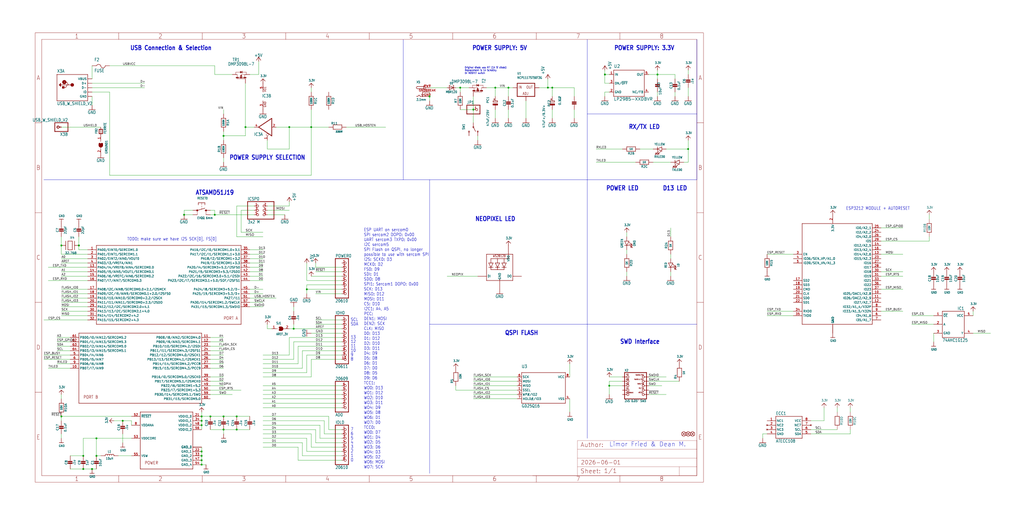
<source format=kicad_sch>
(kicad_sch (version 20230121) (generator eeschema)
  (paper "User" 593.395 298.602)
  (junction (at 129.54 78.74))
  (junction (at 35.56 142.24))
  (junction (at 320.04 50.8))
  (junction (at 116.84 264.16))
  (junction (at 398.78 86.36))
  (junction (at 177.8 167.64))
  (junction (at 287.02 50.8))
  (junction (at 248.92 55.88))
  (junction (at 55.88 264.16))
  (junction (at 129.54 241.3))
  (junction (at 35.56 241.3))
  (junction (at 116.84 241.3))
  (junction (at 137.16 248.92))
  (junction (at 167.64 73.66))
  (junction (at 48.26 271.78))
  (junction (at 142.24 73.66))
  (junction (at 48.26 264.16))
  (junction (at 55.88 254))
  (junction (at 124.46 124.46))
  (junction (at 116.84 266.7))
  (junction (at 317.5 50.8))
  (junction (at 266.7 50.8))
  (junction (at 116.84 243.84))
  (junction (at 353.06 223.52))
  (junction (at 129.54 248.92))
  (junction (at 116.84 261.62))
  (junction (at 350.52 43.18))
  (junction (at 53.34 271.78))
  (junction (at 137.16 241.3))
  (junction (at 116.84 269.24))
  (junction (at 116.84 246.38))
  (junction (at 274.32 63.5))
  (junction (at 381 43.18))
  (junction (at 121.92 241.3))
  (junction (at 180.34 73.66))
  (junction (at 294.64 50.8))
  (junction (at 170.18 190.5))
  (junction (at 71.12 243.84))
  (junction (at 106.68 124.46))
  (junction (at 45.72 142.24))
  (wire (pts (xy 121.92 124.46) (xy 124.46 124.46)) (stroke (width 0.1524)))
  (wire (pts (xy 154.94 121.92) (xy 167.64 121.92)) (stroke (width 0.1524)))
  (wire (pts (xy 180.34 53.34) (xy 180.34 50.8)) (stroke (width 0.1524)))
  (wire (pts (xy 53.34 48.26) (xy 83.82 48.26)) (stroke (width 0.1524)))
  (wire (pts (xy 332.74 63.5) (xy 332.74 68.58)) (stroke (width 0.1524)))
  (wire (pts (xy 198.12 193.04) (xy 180.34 193.04)) (stroke (width 0.1524)))
  (wire (pts (xy 147.32 124.46) (xy 124.46 124.46)) (stroke (width 0.1524)))
  (wire (pts (xy 121.92 226.06) (xy 139.7 226.06)) (stroke (width 0.1524)))
  (wire (pts (xy 444.5 182.88) (xy 459.74 182.88)) (stroke (width 0.1524)))
  (wire (pts (xy 40.64 203.2) (xy 33.02 203.2)) (stroke (width 0.1524)))
  (wire (pts (xy 35.56 243.84) (xy 35.56 241.3)) (stroke (width 0.1524)))
  (polyline (pts (xy 403.86 22.86) (xy 403.86 66.04)) (stroke (width 0.1524) (type solid)))
  (wire (pts (xy 528.32 187.96) (xy 541.02 187.96)) (stroke (width 0.1524)))
  (wire (pts (xy 381 40.64) (xy 381 43.18)) (stroke (width 0.1524)))
  (wire (pts (xy 353.06 53.34) (xy 350.52 53.34)) (stroke (width 0.1524)))
  (wire (pts (xy 167.64 73.66) (xy 180.34 73.66)) (stroke (width 0.1524)))
  (wire (pts (xy 76.2 264.16) (xy 68.58 264.16)) (stroke (width 0.1524)))
  (wire (pts (xy 144.78 149.86) (xy 152.4 149.86)) (stroke (width 0.1524)))
  (wire (pts (xy 264.16 226.06) (xy 299.72 226.06)) (stroke (width 0.1524)))
  (polyline (pts (xy 340.36 66.04) (xy 340.36 104.14)) (stroke (width 0.1524) (type solid)))
  (wire (pts (xy 170.18 198.12) (xy 198.12 198.12)) (stroke (width 0.1524)))
  (wire (pts (xy 299.72 231.14) (xy 274.32 231.14)) (stroke (width 0.1524)))
  (wire (pts (xy 119.38 269.24) (xy 116.84 269.24)) (stroke (width 0.1524)))
  (wire (pts (xy 248.92 53.34) (xy 248.92 55.88)) (stroke (width 0.1524)))
  (wire (pts (xy 185.42 254) (xy 198.12 254)) (stroke (width 0.1524)))
  (wire (pts (xy 152.4 233.68) (xy 198.12 233.68)) (stroke (width 0.1524)))
  (wire (pts (xy 144.78 43.18) (xy 149.86 43.18)) (stroke (width 0.1524)))
  (wire (pts (xy 304.8 68.58) (xy 304.8 58.42)) (stroke (width 0.1524)))
  (wire (pts (xy 180.34 101.6) (xy 180.34 73.66)) (stroke (width 0.1524)))
  (wire (pts (xy 116.84 266.7) (xy 116.84 269.24)) (stroke (width 0.1524)))
  (wire (pts (xy 388.62 132.08) (xy 388.62 137.16)) (stroke (width 0.1524)))
  (wire (pts (xy 274.32 220.98) (xy 299.72 220.98)) (stroke (width 0.1524)))
  (wire (pts (xy 76.2 243.84) (xy 76.2 246.38)) (stroke (width 0.1524)))
  (polyline (pts (xy 340.36 104.14) (xy 403.86 104.14)) (stroke (width 0.1524) (type solid)))
  (wire (pts (xy 320.04 50.8) (xy 332.74 50.8)) (stroke (width 0.1524)))
  (polyline (pts (xy 340.36 187.96) (xy 248.92 187.96)) (stroke (width 0.1524) (type solid)))
  (wire (pts (xy 116.84 238.76) (xy 116.84 241.3)) (stroke (width 0.1524)))
  (wire (pts (xy 528.32 182.88) (xy 541.02 182.88)) (stroke (width 0.1524)))
  (wire (pts (xy 144.78 170.18) (xy 152.4 170.18)) (stroke (width 0.1524)))
  (wire (pts (xy 198.12 261.62) (xy 177.8 261.62)) (stroke (width 0.1524)))
  (wire (pts (xy 45.72 144.78) (xy 45.72 142.24)) (stroke (width 0.1524)))
  (wire (pts (xy 287.02 55.88) (xy 287.02 50.8)) (stroke (width 0.1524)))
  (wire (pts (xy 177.8 167.64) (xy 177.8 170.18)) (stroke (width 0.1524)))
  (wire (pts (xy 360.68 220.98) (xy 353.06 220.98)) (stroke (width 0.1524)))
  (wire (pts (xy 198.12 200.66) (xy 172.72 200.66)) (stroke (width 0.1524)))
  (wire (pts (xy 274.32 63.5) (xy 274.32 55.88)) (stroke (width 0.1524)))
  (wire (pts (xy 381 53.34) (xy 381 55.88)) (stroke (width 0.1524)))
  (wire (pts (xy 71.12 251.46) (xy 71.12 256.54)) (stroke (width 0.1524)))
  (wire (pts (xy 198.12 162.56) (xy 177.8 162.56)) (stroke (width 0.1524)))
  (wire (pts (xy 477.52 236.22) (xy 477.52 243.84)) (stroke (width 0.1524)))
  (wire (pts (xy 154.94 81.28) (xy 154.94 86.36)) (stroke (width 0.1524)))
  (wire (pts (xy 276.86 78.74) (xy 276.86 81.28)) (stroke (width 0.1524)))
  (wire (pts (xy 106.68 121.92) (xy 106.68 124.46)) (stroke (width 0.1524)))
  (wire (pts (xy 40.64 200.66) (xy 33.02 200.66)) (stroke (width 0.1524)))
  (wire (pts (xy 76.2 241.3) (xy 35.56 241.3)) (stroke (width 0.1524)))
  (wire (pts (xy 144.78 154.94) (xy 152.4 154.94)) (stroke (width 0.1524)))
  (wire (pts (xy 129.54 93.98) (xy 129.54 91.44)) (stroke (width 0.1524)))
  (wire (pts (xy 144.78 157.48) (xy 152.4 157.48)) (stroke (width 0.1524)))
  (wire (pts (xy 172.72 259.08) (xy 152.4 259.08)) (stroke (width 0.1524)))
  (wire (pts (xy 510.54 157.48) (xy 523.24 157.48)) (stroke (width 0.1524)))
  (wire (pts (xy 40.64 205.74) (xy 25.4 205.74)) (stroke (width 0.1524)))
  (wire (pts (xy 170.18 187.96) (xy 170.18 190.5)) (stroke (width 0.1524)))
  (wire (pts (xy 353.06 223.52) (xy 353.06 228.6)) (stroke (width 0.1524)))
  (wire (pts (xy 353.06 220.98) (xy 353.06 223.52)) (stroke (width 0.1524)))
  (wire (pts (xy 398.78 50.8) (xy 398.78 55.88)) (stroke (width 0.1524)))
  (wire (pts (xy 152.4 218.44) (xy 180.34 218.44)) (stroke (width 0.1524)))
  (wire (pts (xy 40.64 198.12) (xy 33.02 198.12)) (stroke (width 0.1524)))
  (wire (pts (xy 190.5 241.3) (xy 190.5 248.92)) (stroke (width 0.1524)))
  (wire (pts (xy 177.8 165.1) (xy 177.8 167.64)) (stroke (width 0.1524)))
  (wire (pts (xy 541.02 193.04) (xy 541.02 198.12)) (stroke (width 0.1524)))
  (wire (pts (xy 375.92 223.52) (xy 383.54 223.52)) (stroke (width 0.1524)))
  (wire (pts (xy 167.64 119.38) (xy 154.94 119.38)) (stroke (width 0.1524)))
  (wire (pts (xy 381 43.18) (xy 381 45.72)) (stroke (width 0.1524)))
  (wire (pts (xy 144.78 172.72) (xy 160.02 172.72)) (stroke (width 0.1524)))
  (wire (pts (xy 154.94 86.36) (xy 167.64 86.36)) (stroke (width 0.1524)))
  (wire (pts (xy 398.78 43.18) (xy 398.78 40.64)) (stroke (width 0.1524)))
  (wire (pts (xy 294.64 63.5) (xy 294.64 68.58)) (stroke (width 0.1524)))
  (wire (pts (xy 40.64 210.82) (xy 33.02 210.82)) (stroke (width 0.1524)))
  (wire (pts (xy 510.54 132.08) (xy 523.24 132.08)) (stroke (width 0.1524)))
  (wire (pts (xy 50.8 172.72) (xy 35.56 172.72)) (stroke (width 0.1524)))
  (wire (pts (xy 264.16 223.52) (xy 264.16 226.06)) (stroke (width 0.1524)))
  (wire (pts (xy 393.7 220.98) (xy 375.92 220.98)) (stroke (width 0.1524)))
  (wire (pts (xy 121.92 208.28) (xy 129.54 208.28)) (stroke (width 0.1524)))
  (polyline (pts (xy 25.4 104.14) (xy 233.68 104.14)) (stroke (width 0.1524) (type solid)))
  (wire (pts (xy 276.86 160.02) (xy 259.08 160.02)) (stroke (width 0.1524)))
  (wire (pts (xy 198.12 185.42) (xy 182.88 185.42)) (stroke (width 0.1524)))
  (wire (pts (xy 360.68 86.36) (xy 345.44 86.36)) (stroke (width 0.1524)))
  (wire (pts (xy 147.32 121.92) (xy 139.7 121.92)) (stroke (width 0.1524)))
  (wire (pts (xy 137.16 137.16) (xy 152.4 137.16)) (stroke (width 0.1524)))
  (polyline (pts (xy 340.36 22.86) (xy 340.36 66.04)) (stroke (width 0.1524) (type solid)))
  (wire (pts (xy 40.64 208.28) (xy 25.4 208.28)) (stroke (width 0.1524)))
  (wire (pts (xy 172.72 266.7) (xy 172.72 259.08)) (stroke (width 0.1524)))
  (wire (pts (xy 40.64 213.36) (xy 27.94 213.36)) (stroke (width 0.1524)))
  (wire (pts (xy 360.68 218.44) (xy 353.06 218.44)) (stroke (width 0.1524)))
  (wire (pts (xy 50.8 152.4) (xy 35.56 152.4)) (stroke (width 0.1524)))
  (polyline (pts (xy 340.36 187.96) (xy 340.36 254)) (stroke (width 0.1524) (type solid)))
  (wire (pts (xy 180.34 259.08) (xy 198.12 259.08)) (stroke (width 0.1524)))
  (wire (pts (xy 190.5 248.92) (xy 198.12 248.92)) (stroke (width 0.1524)))
  (wire (pts (xy 144.78 177.8) (xy 152.4 177.8)) (stroke (width 0.1524)))
  (wire (pts (xy 76.2 254) (xy 55.88 254)) (stroke (width 0.1524)))
  (wire (pts (xy 396.24 93.98) (xy 398.78 93.98)) (stroke (width 0.1524)))
  (wire (pts (xy 144.78 175.26) (xy 152.4 175.26)) (stroke (width 0.1524)))
  (wire (pts (xy 111.76 124.46) (xy 106.68 124.46)) (stroke (width 0.1524)))
  (wire (pts (xy 50.8 185.42) (xy 25.4 185.42)) (stroke (width 0.1524)))
  (polyline (pts (xy 340.36 104.14) (xy 248.92 104.14)) (stroke (width 0.1524) (type solid)))
  (wire (pts (xy 139.7 121.92) (xy 139.7 134.62)) (stroke (width 0.1524)))
  (wire (pts (xy 177.8 205.74) (xy 177.8 215.9)) (stroke (width 0.1524)))
  (wire (pts (xy 53.34 55.88) (xy 53.34 60.96)) (stroke (width 0.1524)))
  (wire (pts (xy 386.08 86.36) (xy 398.78 86.36)) (stroke (width 0.1524)))
  (wire (pts (xy 360.68 223.52) (xy 353.06 223.52)) (stroke (width 0.1524)))
  (wire (pts (xy 121.92 220.98) (xy 129.54 220.98)) (stroke (width 0.1524)))
  (wire (pts (xy 48.26 254) (xy 48.26 264.16)) (stroke (width 0.1524)))
  (wire (pts (xy 388.62 147.32) (xy 388.62 149.86)) (stroke (width 0.1524)))
  (wire (pts (xy 510.54 180.34) (xy 523.24 180.34)) (stroke (width 0.1524)))
  (wire (pts (xy 492.76 251.46) (xy 492.76 248.92)) (stroke (width 0.1524)))
  (wire (pts (xy 55.88 254) (xy 48.26 254)) (stroke (width 0.1524)))
  (wire (pts (xy 345.44 93.98) (xy 368.3 93.98)) (stroke (width 0.1524)))
  (wire (pts (xy 320.04 50.8) (xy 320.04 55.88)) (stroke (width 0.1524)))
  (wire (pts (xy 116.84 246.38) (xy 116.84 243.84)) (stroke (width 0.1524)))
  (wire (pts (xy 149.86 43.18) (xy 149.86 35.56)) (stroke (width 0.1524)))
  (wire (pts (xy 35.56 142.24) (xy 35.56 137.16)) (stroke (width 0.1524)))
  (wire (pts (xy 198.12 167.64) (xy 177.8 167.64)) (stroke (width 0.1524)))
  (wire (pts (xy 129.54 248.92) (xy 137.16 248.92)) (stroke (width 0.1524)))
  (wire (pts (xy 510.54 167.64) (xy 523.24 167.64)) (stroke (width 0.1524)))
  (wire (pts (xy 144.78 162.56) (xy 152.4 162.56)) (stroke (width 0.1524)))
  (wire (pts (xy 294.64 50.8) (xy 294.64 55.88)) (stroke (width 0.1524)))
  (wire (pts (xy 35.56 228.6) (xy 35.56 231.14)) (stroke (width 0.1524)))
  (polyline (pts (xy 233.68 104.14) (xy 233.68 22.86)) (stroke (width 0.1524) (type solid)))
  (wire (pts (xy 116.84 241.3) (xy 121.92 241.3)) (stroke (width 0.1524)))
  (wire (pts (xy 350.52 40.64) (xy 350.52 43.18)) (stroke (width 0.1524)))
  (polyline (pts (xy 403.86 187.96) (xy 340.36 187.96)) (stroke (width 0.1524) (type solid)))
  (wire (pts (xy 121.92 200.66) (xy 129.54 200.66)) (stroke (width 0.1524)))
  (wire (pts (xy 177.8 254) (xy 152.4 254)) (stroke (width 0.1524)))
  (wire (pts (xy 144.78 241.3) (xy 137.16 241.3)) (stroke (width 0.1524)))
  (wire (pts (xy 121.92 203.2) (xy 129.54 203.2)) (stroke (width 0.1524)))
  (wire (pts (xy 485.14 238.76) (xy 485.14 236.22)) (stroke (width 0.1524)))
  (wire (pts (xy 180.34 251.46) (xy 180.34 259.08)) (stroke (width 0.1524)))
  (wire (pts (xy 142.24 78.74) (xy 142.24 73.66)) (stroke (width 0.1524)))
  (wire (pts (xy 398.78 86.36) (xy 398.78 81.28)) (stroke (width 0.1524)))
  (wire (pts (xy 152.4 251.46) (xy 180.34 251.46)) (stroke (width 0.1524)))
  (wire (pts (xy 50.8 160.02) (xy 35.56 160.02)) (stroke (width 0.1524)))
  (wire (pts (xy 198.12 190.5) (xy 170.18 190.5)) (stroke (width 0.1524)))
  (wire (pts (xy 198.12 251.46) (xy 187.96 251.46)) (stroke (width 0.1524)))
  (wire (pts (xy 175.26 256.54) (xy 175.26 264.16)) (stroke (width 0.1524)))
  (wire (pts (xy 363.22 134.62) (xy 363.22 137.16)) (stroke (width 0.1524)))
  (wire (pts (xy 198.12 256.54) (xy 182.88 256.54)) (stroke (width 0.1524)))
  (wire (pts (xy 198.12 226.06) (xy 152.4 226.06)) (stroke (width 0.1524)))
  (wire (pts (xy 50.8 177.8) (xy 35.56 177.8)) (stroke (width 0.1524)))
  (wire (pts (xy 381 43.18) (xy 391.16 43.18)) (stroke (width 0.1524)))
  (wire (pts (xy 459.74 147.32) (xy 444.5 147.32)) (stroke (width 0.1524)))
  (polyline (pts (xy 248.92 274.32) (xy 248.92 187.96)) (stroke (width 0.1524) (type solid)))
  (wire (pts (xy 121.92 248.92) (xy 129.54 248.92)) (stroke (width 0.1524)))
  (wire (pts (xy 167.64 86.36) (xy 167.64 73.66)) (stroke (width 0.1524)))
  (wire (pts (xy 391.16 43.18) (xy 391.16 45.72)) (stroke (width 0.1524)))
  (wire (pts (xy 129.54 81.28) (xy 129.54 78.74)) (stroke (width 0.1524)))
  (wire (pts (xy 58.42 264.16) (xy 55.88 264.16)) (stroke (width 0.1524)))
  (wire (pts (xy 116.84 261.62) (xy 116.84 264.16)) (stroke (width 0.1524)))
  (wire (pts (xy 152.4 228.6) (xy 198.12 228.6)) (stroke (width 0.1524)))
  (wire (pts (xy 50.8 147.32) (xy 35.56 147.32)) (stroke (width 0.1524)))
  (wire (pts (xy 287.02 68.58) (xy 287.02 63.5)) (stroke (width 0.1524)))
  (wire (pts (xy 510.54 160.02) (xy 523.24 160.02)) (stroke (width 0.1524)))
  (wire (pts (xy 198.12 266.7) (xy 172.72 266.7)) (stroke (width 0.1524)))
  (wire (pts (xy 492.76 236.22) (xy 492.76 238.76)) (stroke (width 0.1524)))
  (wire (pts (xy 187.96 243.84) (xy 152.4 243.84)) (stroke (width 0.1524)))
  (wire (pts (xy 50.8 167.64) (xy 35.56 167.64)) (stroke (width 0.1524)))
  (wire (pts (xy 172.72 200.66) (xy 172.72 210.82)) (stroke (width 0.1524)))
  (wire (pts (xy 154.94 190.5) (xy 154.94 187.96)) (stroke (width 0.1524)))
  (wire (pts (xy 152.4 213.36) (xy 175.26 213.36)) (stroke (width 0.1524)))
  (wire (pts (xy 152.4 246.38) (xy 185.42 246.38)) (stroke (width 0.1524)))
  (wire (pts (xy 144.78 147.32) (xy 152.4 147.32)) (stroke (width 0.1524)))
  (wire (pts (xy 121.92 228.6) (xy 134.62 228.6)) (stroke (width 0.1524)))
  (wire (pts (xy 66.04 243.84) (xy 71.12 243.84)) (stroke (width 0.1524)))
  (wire (pts (xy 71.12 243.84) (xy 76.2 243.84)) (stroke (width 0.1524)))
  (wire (pts (xy 48.26 271.78) (xy 53.34 271.78)) (stroke (width 0.1524)))
  (wire (pts (xy 185.42 246.38) (xy 185.42 254)) (stroke (width 0.1524)))
  (wire (pts (xy 274.32 63.5) (xy 274.32 71.12)) (stroke (width 0.1524)))
  (wire (pts (xy 297.18 50.8) (xy 294.64 50.8)) (stroke (width 0.1524)))
  (wire (pts (xy 266.7 50.8) (xy 271.78 50.8)) (stroke (width 0.1524)))
  (wire (pts (xy 175.26 264.16) (xy 198.12 264.16)) (stroke (width 0.1524)))
  (wire (pts (xy 198.12 205.74) (xy 177.8 205.74)) (stroke (width 0.1524)))
  (wire (pts (xy 170.18 208.28) (xy 170.18 198.12)) (stroke (width 0.1524)))
  (wire (pts (xy 320.04 63.5) (xy 320.04 68.58)) (stroke (width 0.1524)))
  (wire (pts (xy 266.7 53.34) (xy 266.7 50.8)) (stroke (width 0.1524)))
  (wire (pts (xy 538.48 137.16) (xy 538.48 139.7)) (stroke (width 0.1524)))
  (wire (pts (xy 391.16 53.34) (xy 391.16 55.88)) (stroke (width 0.1524)))
  (wire (pts (xy 142.24 48.26) (xy 142.24 73.66)) (stroke (width 0.1524)))
  (wire (pts (xy 152.4 223.52) (xy 198.12 223.52)) (stroke (width 0.1524)))
  (wire (pts (xy 469.9 243.84) (xy 477.52 243.84)) (stroke (width 0.1524)))
  (wire (pts (xy 469.9 251.46) (xy 492.76 251.46)) (stroke (width 0.1524)))
  (wire (pts (xy 111.76 121.92) (xy 106.68 121.92)) (stroke (width 0.1524)))
  (wire (pts (xy 375.92 228.6) (xy 386.08 228.6)) (stroke (width 0.1524)))
  (wire (pts (xy 116.84 259.08) (xy 116.84 261.62)) (stroke (width 0.1524)))
  (wire (pts (xy 350.52 53.34) (xy 350.52 55.88)) (stroke (width 0.1524)))
  (wire (pts (xy 121.92 121.92) (xy 124.46 121.92)) (stroke (width 0.1524)))
  (wire (pts (xy 198.12 160.02) (xy 180.34 160.02)) (stroke (width 0.1524)))
  (wire (pts (xy 182.88 157.48) (xy 198.12 157.48)) (stroke (width 0.1524)))
  (wire (pts (xy 198.12 231.14) (xy 152.4 231.14)) (stroke (width 0.1524)))
  (wire (pts (xy 223.52 73.66) (xy 200.66 73.66)) (stroke (width 0.1524)))
  (wire (pts (xy 35.56 147.32) (xy 35.56 142.24)) (stroke (width 0.1524)))
  (wire (pts (xy 170.18 190.5) (xy 167.64 190.5)) (stroke (width 0.1524)))
  (wire (pts (xy 312.42 50.8) (xy 317.5 50.8)) (stroke (width 0.1524)))
  (wire (pts (xy 53.34 50.8) (xy 83.82 50.8)) (stroke (width 0.1524)))
  (wire (pts (xy 198.12 236.22) (xy 152.4 236.22)) (stroke (width 0.1524)))
  (wire (pts (xy 53.34 53.34) (xy 63.5 53.34)) (stroke (width 0.1524)))
  (wire (pts (xy 299.72 228.6) (xy 274.32 228.6)) (stroke (width 0.1524)))
  (wire (pts (xy 187.96 251.46) (xy 187.96 243.84)) (stroke (width 0.1524)))
  (wire (pts (xy 144.78 152.4) (xy 152.4 152.4)) (stroke (width 0.1524)))
  (wire (pts (xy 177.8 152.4) (xy 177.8 162.56)) (stroke (width 0.1524)))
  (wire (pts (xy 248.92 50.8) (xy 259.08 50.8)) (stroke (width 0.1524)))
  (wire (pts (xy 121.92 223.52) (xy 129.54 223.52)) (stroke (width 0.1524)))
  (wire (pts (xy 50.8 170.18) (xy 35.56 170.18)) (stroke (width 0.1524)))
  (wire (pts (xy 144.78 144.78) (xy 152.4 144.78)) (stroke (width 0.1524)))
  (wire (pts (xy 50.8 149.86) (xy 35.56 149.86)) (stroke (width 0.1524)))
  (wire (pts (xy 124.46 38.1) (xy 124.46 43.18)) (stroke (width 0.1524)))
  (wire (pts (xy 147.32 119.38) (xy 137.16 119.38)) (stroke (width 0.1524)))
  (wire (pts (xy 177.8 261.62) (xy 177.8 254)) (stroke (width 0.1524)))
  (wire (pts (xy 299.72 218.44) (xy 274.32 218.44)) (stroke (width 0.1524)))
  (wire (pts (xy 40.64 264.16) (xy 48.26 264.16)) (stroke (width 0.1524)))
  (wire (pts (xy 294.64 50.8) (xy 287.02 50.8)) (stroke (width 0.1524)))
  (wire (pts (xy 469.9 248.92) (xy 485.14 248.92)) (stroke (width 0.1524)))
  (wire (pts (xy 139.7 134.62) (xy 152.4 134.62)) (stroke (width 0.1524)))
  (wire (pts (xy 180.34 73.66) (xy 190.5 73.66)) (stroke (width 0.1524)))
  (wire (pts (xy 378.46 93.98) (xy 388.62 93.98)) (stroke (width 0.1524)))
  (wire (pts (xy 50.8 157.48) (xy 35.56 157.48)) (stroke (width 0.1524)))
  (wire (pts (xy 182.88 154.94) (xy 198.12 154.94)) (stroke (width 0.1524)))
  (wire (pts (xy 35.56 73.66) (xy 58.42 73.66)) (stroke (width 0.1524)))
  (wire (pts (xy 398.78 93.98) (xy 398.78 86.36)) (stroke (width 0.1524)))
  (wire (pts (xy 375.92 218.44) (xy 386.08 218.44)) (stroke (width 0.1524)))
  (wire (pts (xy 121.92 241.3) (xy 129.54 241.3)) (stroke (width 0.1524)))
  (wire (pts (xy 165.1 124.46) (xy 154.94 124.46)) (stroke (width 0.1524)))
  (wire (pts (xy 129.54 251.46) (xy 129.54 248.92)) (stroke (width 0.1524)))
  (wire (pts (xy 167.64 205.74) (xy 167.64 195.58)) (stroke (width 0.1524)))
  (wire (pts (xy 53.34 38.1) (xy 53.34 45.72)) (stroke (width 0.1524)))
  (wire (pts (xy 441.96 251.46) (xy 441.96 254)) (stroke (width 0.1524)))
  (polyline (pts (xy 248.92 187.96) (xy 248.92 104.14)) (stroke (width 0.1524) (type solid)))
  (polyline (pts (xy 248.92 104.14) (xy 233.68 104.14)) (stroke (width 0.1524) (type solid)))
  (wire (pts (xy 180.34 208.28) (xy 198.12 208.28)) (stroke (width 0.1524)))
  (wire (pts (xy 248.92 55.88) (xy 248.92 58.42)) (stroke (width 0.1524)))
  (wire (pts (xy 50.8 175.26) (xy 35.56 175.26)) (stroke (width 0.1524)))
  (wire (pts (xy 198.12 187.96) (xy 182.88 187.96)) (stroke (width 0.1524)))
  (wire (pts (xy 50.8 180.34) (xy 35.56 180.34)) (stroke (width 0.1524)))
  (wire (pts (xy 116.84 248.92) (xy 116.84 246.38)) (stroke (width 0.1524)))
  (wire (pts (xy 157.48 190.5) (xy 154.94 190.5)) (stroke (width 0.1524)))
  (wire (pts (xy 160.02 73.66) (xy 167.64 73.66)) (stroke (width 0.1524)))
  (polyline (pts (xy 340.36 104.14) (xy 340.36 187.96)) (stroke (width 0.1524) (type solid)))
  (wire (pts (xy 45.72 137.16) (xy 45.72 142.24)) (stroke (width 0.1524)))
  (wire (pts (xy 129.54 78.74) (xy 142.24 78.74)) (stroke (width 0.1524)))
  (polyline (pts (xy 340.36 66.04) (xy 403.86 66.04)) (stroke (width 0.1524) (type solid)))
  (wire (pts (xy 330.2 210.82) (xy 330.2 218.44)) (stroke (width 0.1524)))
  (wire (pts (xy 182.88 256.54) (xy 182.88 248.92)) (stroke (width 0.1524)))
  (wire (pts (xy 63.5 38.1) (xy 124.46 38.1)) (stroke (width 0.1524)))
  (wire (pts (xy 332.74 50.8) (xy 332.74 55.88)) (stroke (width 0.1524)))
  (wire (pts (xy 388.62 160.02) (xy 388.62 157.48)) (stroke (width 0.1524)))
  (wire (pts (xy 152.4 241.3) (xy 190.5 241.3)) (stroke (width 0.1524)))
  (wire (pts (xy 129.54 66.04) (xy 129.54 63.5)) (stroke (width 0.1524)))
  (wire (pts (xy 50.8 144.78) (xy 45.72 144.78)) (stroke (width 0.1524)))
  (wire (pts (xy 180.34 218.44) (xy 180.34 208.28)) (stroke (width 0.1524)))
  (wire (pts (xy 50.8 162.56) (xy 27.94 162.56)) (stroke (width 0.1524)))
  (wire (pts (xy 182.88 170.18) (xy 198.12 170.18)) (stroke (width 0.1524)))
  (wire (pts (xy 129.54 78.74) (xy 129.54 76.2)) (stroke (width 0.1524)))
  (wire (pts (xy 35.56 254) (xy 35.56 251.46)) (stroke (width 0.1524)))
  (wire (pts (xy 170.18 208.28) (xy 152.4 208.28)) (stroke (width 0.1524)))
  (wire (pts (xy 121.92 218.44) (xy 129.54 218.44)) (stroke (width 0.1524)))
  (wire (pts (xy 116.84 243.84) (xy 116.84 241.3)) (stroke (width 0.1524)))
  (wire (pts (xy 180.34 63.5) (xy 180.34 73.66)) (stroke (width 0.1524)))
  (wire (pts (xy 152.4 205.74) (xy 167.64 205.74)) (stroke (width 0.1524)))
  (wire (pts (xy 129.54 241.3) (xy 137.16 241.3)) (stroke (width 0.1524)))
  (wire (pts (xy 121.92 205.74) (xy 129.54 205.74)) (stroke (width 0.1524)))
  (wire (pts (xy 459.74 180.34) (xy 444.5 180.34)) (stroke (width 0.1524)))
  (wire (pts (xy 50.8 154.94) (xy 27.94 154.94)) (stroke (width 0.1524)))
  (wire (pts (xy 116.84 264.16) (xy 116.84 266.7)) (stroke (width 0.1524)))
  (wire (pts (xy 55.88 271.78) (xy 53.34 271.78)) (stroke (width 0.1524)))
  (wire (pts (xy 50.8 182.88) (xy 35.56 182.88)) (stroke (width 0.1524)))
  (wire (pts (xy 121.92 198.12) (xy 129.54 198.12)) (stroke (width 0.1524)))
  (polyline (pts (xy 403.86 66.04) (xy 403.86 104.14)) (stroke (width 0.1524) (type solid)))
  (wire (pts (xy 121.92 213.36) (xy 129.54 213.36)) (stroke (width 0.1524)))
  (wire (pts (xy 350.52 48.26) (xy 350.52 43.18)) (stroke (width 0.1524)))
  (wire (pts (xy 167.64 195.58) (xy 198.12 195.58)) (stroke (width 0.1524)))
  (wire (pts (xy 121.92 210.82) (xy 129.54 210.82)) (stroke (width 0.1524)))
  (wire (pts (xy 198.12 165.1) (xy 177.8 165.1)) (stroke (width 0.1524)))
  (wire (pts (xy 144.78 160.02) (xy 152.4 160.02)) (stroke (width 0.1524)))
  (wire (pts (xy 182.88 248.92) (xy 152.4 248.92)) (stroke (width 0.1524)))
  (wire (pts (xy 363.22 147.32) (xy 363.22 144.78)) (stroke (width 0.1524)))
  (wire (pts (xy 48.26 271.78) (xy 40.64 271.78)) (stroke (width 0.1524)))
  (wire (pts (xy 538.48 127) (xy 538.48 124.46)) (stroke (width 0.1524)))
  (wire (pts (xy 299.72 223.52) (xy 274.32 223.52)) (stroke (width 0.1524)))
  (wire (pts (xy 350.52 43.18) (xy 353.06 43.18)) (stroke (width 0.1524)))
  (wire (pts (xy 264.16 50.8) (xy 266.7 50.8)) (stroke (width 0.1524)))
  (wire (pts (xy 510.54 147.32) (xy 523.24 147.32)) (stroke (width 0.1524)))
  (wire (pts (xy 137.16 119.38) (xy 137.16 137.16)) (stroke (width 0.1524)))
  (wire (pts (xy 353.06 48.26) (xy 350.52 48.26)) (stroke (width 0.1524)))
  (wire (pts (xy 177.8 215.9) (xy 152.4 215.9)) (stroke (width 0.1524)))
  (wire (pts (xy 510.54 139.7) (xy 538.48 139.7)) (stroke (width 0.1524)))
  (wire (pts (xy 563.88 180.34) (xy 563.88 182.88)) (stroke (width 0.1524)))
  (wire (pts (xy 330.2 238.76) (xy 330.2 231.14)) (stroke (width 0.1524)))
  (wire (pts (xy 170.18 180.34) (xy 170.18 177.8)) (stroke (width 0.1524)))
  (wire (pts (xy 124.46 121.92) (xy 124.46 124.46)) (stroke (width 0.1524)))
  (wire (pts (xy 147.32 73.66) (xy 142.24 73.66)) (stroke (width 0.1524)))
  (wire (pts (xy 182.88 152.4) (xy 182.88 154.94)) (stroke (width 0.1524)))
  (wire (pts (xy 317.5 45.72) (xy 317.5 50.8)) (stroke (width 0.1524)))
  (wire (pts (xy 317.5 50.8) (xy 320.04 50.8)) (stroke (width 0.1524)))
  (wire (pts (xy 375.92 43.18) (xy 381 43.18)) (stroke (width 0.1524)))
  (wire (pts (xy 444.5 251.46) (xy 441.96 251.46)) (stroke (width 0.1524)))
  (wire (pts (xy 152.4 256.54) (xy 175.26 256.54)) (stroke (width 0.1524)))
  (wire (pts (xy 274.32 63.5) (xy 266.7 63.5)) (stroke (width 0.1524)))
  (wire (pts (xy 124.46 43.18) (xy 134.62 43.18)) (stroke (width 0.1524)))
  (wire (pts (xy 121.92 195.58) (xy 129.54 195.58)) (stroke (width 0.1524)))
  (wire (pts (xy 363.22 157.48) (xy 363.22 160.02)) (stroke (width 0.1524)))
  (wire (pts (xy 563.88 193.04) (xy 574.04 193.04)) (stroke (width 0.1524)))
  (wire (pts (xy 167.64 116.84) (xy 167.64 119.38)) (stroke (width 0.1524)))
  (wire (pts (xy 144.78 167.64) (xy 152.4 167.64)) (stroke (width 0.1524)))
  (wire (pts (xy 137.16 248.92) (xy 144.78 248.92)) (stroke (width 0.1524)))
  (wire (pts (xy 175.26 203.2) (xy 198.12 203.2)) (stroke (width 0.1524)))
  (wire (pts (xy 172.72 210.82) (xy 152.4 210.82)) (stroke (width 0.1524)))
  (wire (pts (xy 63.5 101.6) (xy 180.34 101.6)) (stroke (width 0.1524)))
  (wire (pts (xy 55.88 254) (xy 55.88 264.16)) (stroke (width 0.1524)))
  (wire (pts (xy 175.26 213.36) (xy 175.26 203.2)) (stroke (width 0.1524)))
  (wire (pts (xy 370.84 86.36) (xy 378.46 86.36)) (stroke (width 0.1524)))
  (wire (pts (xy 63.5 53.34) (xy 63.5 101.6)) (stroke (width 0.1524)))
  (wire (pts (xy 40.64 195.58) (xy 33.02 195.58)) (stroke (width 0.1524)))
  (wire (pts (xy 281.94 50.8) (xy 287.02 50.8)) (stroke (width 0.1524)))
  (text "NEOPIXEL LED" (at 287.02 127 0) (effects (font (size 2.54 2.159) (thickness 0.4318) bold)))
  (text "4" (at 203.2 256.54 0) (effects (font (size 1.778 1.5113)) (justify left)))
  (text "5" (at 203.2 254 0) (effects (font (size 1.778 1.5113)) (justify left)))
  (text "ESP UART on sercom0\nSPI sercom2 DOPO: 0x00\nUART sercom3 TXPO: 0x00\nI2C sercom5\nSPI Flash on QSPI, no longer\npossible to use with sercom SPI\nI2S: SCK0: D3\nMCK0: D2\nFS0: D9\nSDI: D1\nSDO: D8\nSPI1: Sercom1 DOPO: 0x00\nSCK: D13\nMISO: D12\nMOSI: D11\nCS: D10\nI2C1: A4, A5\nPCC:\nDEN1: MOSI\nDEN2: SCK\nCLK: MISO\nD0: D13\nD1: D12\nD2: D10\nD3: D11\nD4: D9\nD5: D8\nD6: D1\nD7: D0\nD8: D5\nD9: D6\nTCC1:\nWO0: D13\nWO1: D12\nWO2: D10\nWO3: D11\nWO4: D9\nWO5: D8\nWO6: D1\nWO7: D0\nTCC0:\nWO0: D7\nWO1: D4\nWO2: D5\nWO3: D6\nWO4: D3\nWO5: D2\nWO6: MOSI\nWO7: SCK\n" (at 210.82 271.78 0) (effects (font (size 1.778 1.5113)) (justify left bottom)))
  (text "12" (at 203.2 198.12 0) (effects (font (size 1.778 1.5113)) (justify left)))
  (text "RX/TX LED" (at 373.38 73.66 0) (effects (font (size 2.54 2.159) (thickness 0.4318) bold)))
  (text "0" (at 203.2 266.7 0) (effects (font (size 1.778 1.5113)) (justify left)))
  (text "SDA" (at 203.2 187.96 0) (effects (font (size 1.778 1.5113)) (justify left)))
  (text "10" (at 203.2 203.2 0) (effects (font (size 1.778 1.5113)) (justify left)))
  (text "USB Connection & Selection" (at 99.06 27.94 0) (effects (font (size 2.54 2.159) (thickness 0.4318) bold)))
  (text "6" (at 203.2 251.46 0) (effects (font (size 1.778 1.5113)) (justify left)))
  (text "D13 LED" (at 391.16 109.22 0) (effects (font (size 2.54 2.159) (thickness 0.4318) bold)))
  (text "7" (at 203.2 248.92 0) (effects (font (size 1.778 1.5113)) (justify left)))
  (text "TODO: make sure we have I2S SCK[0], FS[0]" (at 73.66 139.7 0) (effects (font (size 1.778 1.5113)) (justify left bottom)))
  (text "8" (at 203.2 208.28 0) (effects (font (size 1.778 1.5113)) (justify left)))
  (text "13" (at 203.2 195.58 0) (effects (font (size 1.778 1.5113)) (justify left)))
  (text "Original diode was M7 (1A Si diode)\nReplacement is 1A Schottky\nOr MOSFET switch" (at 269.24 43.18 0) (effects (font (size 1.016 0.8636)) (justify left bottom)))
  (text "9" (at 203.2 205.74 0) (effects (font (size 1.778 1.5113)) (justify left)))
  (text "SCL" (at 203.2 185.42 0) (effects (font (size 1.778 1.5113)) (justify left)))
  (text "POWER SUPPLY SELECTION" (at 154.94 91.44 0) (effects (font (size 2.54 2.159) (thickness 0.4318) bold)))
  (text "POWER SUPPLY: 3.3V" (at 373.38 27.94 0) (effects (font (size 2.54 2.159) (thickness 0.4318) bold)))
  (text "11" (at 203.2 200.66 0) (effects (font (size 1.778 1.5113)) (justify left)))
  (text "ESP3212 MODULE + AUTORESET" (at 490.22 121.92 0) (effects (font (size 1.778 1.5113)) (justify left bottom)))
  (text "SWD Interface" (at 370.84 198.12 0) (effects (font (size 2.54 2.159) (thickness 0.4318) bold)))
  (text "ATSAMD51J19" (at 124.46 111.76 0) (effects (font (size 2.54 2.159) (thickness 0.4318) bold)))
  (text "1" (at 203.2 264.16 0) (effects (font (size 1.778 1.5113)) (justify left)))
  (text "Limor Fried & Dean M." (at 353.06 259.08 0) (effects (font (size 2.54 2.54)) (justify left bottom)))
  (text "QSPI FLASH" (at 302.26 193.04 0) (effects (font (size 2.54 2.159) (thickness 0.4318) bold)))
  (text "3" (at 203.2 259.08 0) (effects (font (size 1.778 1.5113)) (justify left)))
  (text "POWER LED" (at 360.68 109.22 0) (effects (font (size 2.54 2.159) (thickness 0.4318) bold)))
  (text "2" (at 203.2 261.62 0) (effects (font (size 1.778 1.5113)) (justify left)))
  (text "POWER SUPPLY: 5V" (at 289.56 27.94 0) (effects (font (size 2.54 2.159) (thickness 0.4318) bold)))
  (label "MISO" (at 142.24 137.16 0) (effects (font (size 1.3513 1.3513))))
  (label "MOSI" (at 160.02 121.92 0) (effects (font (size 1.3513 1.3513))))
  (label "FLASH_SCK" (at 274.32 218.44 0) (effects (font (size 1.2446 1.2446))))
  (label "ESP_CS" (at 528.32 182.88 0) (effects (font (size 1.2446 1.2446))))
  (label "A1" (at 35.56 157.48 0) (effects (font (size 1.2446 1.2446))))
  (label "D5" (at 127 210.82 0) (effects (font (size 1.2446 1.2446))))
  (label "VIN" (at 289.56 50.8 0) (effects (font (size 1.2446 1.2446))))
  (label "A0" (at 35.56 149.86 0) (effects (font (size 1.2446 1.2446))))
  (label "A1" (at 157.48 233.68 0) (effects (font (size 1.2446 1.2446))))
  (label "A4" (at 127 195.58 0) (effects (font (size 1.2446 1.2446))))
  (label "FLASH_CS" (at 274.32 226.06 0) (effects (font (size 1.2446 1.2446))))
  (label "A5" (at 127 198.12 0) (effects (font (size 1.2446 1.2446))))
  (label "D0" (at 157.48 259.08 0) (effects (font (size 1.2446 1.2446))))
  (label "D13" (at 388.62 137.16 90) (effects (font (size 1.2446 1.2446))))
  (label "VIN" (at 129.54 63.5 180) (effects (font (size 1.2446 1.2446))))
  (label "FLASH_SCK" (at 127 200.66 0) (effects (font (size 1.2446 1.2446))))
  (label "D6" (at 157.48 243.84 0) (effects (font (size 1.2446 1.2446))))
  (label "ESP_RTS" (at 127 226.06 0) (effects (font (size 1.2446 1.2446))))
  (label "D0" (at 149.86 162.56 0) (effects (font (size 1.2446 1.2446))))
  (label "D13" (at 157.48 205.74 0) (effects (font (size 1.2446 1.2446))))
  (label "A2" (at 157.48 231.14 0) (effects (font (size 1.2446 1.2446))))
  (label "ESP_RXD" (at 30.48 162.56 0) (effects (font (size 1.2446 1.2446))))
  (label "USB_HOSTEN" (at 205.74 73.66 0) (effects (font (size 1.2446 1.2446))))
  (label "SCK" (at 142.24 134.62 0) (effects (font (size 1.3513 1.3513))))
  (label "D13" (at 182.88 195.58 0) (effects (font (size 1.3513 1.3513))))
  (label "ESP_RXD" (at 444.5 182.88 0) (effects (font (size 1.2446 1.2446))))
  (label "VIN" (at 182.88 170.18 0) (effects (font (size 1.2446 1.2446))))
  (label "D11" (at 157.48 210.82 0) (effects (font (size 1.2446 1.2446))))
  (label "FLASH_IO2" (at 35.56 172.72 0) (effects (font (size 1.2446 1.2446))))
  (label "USHIELD" (at 48.26 73.66 0) (effects (font (size 1.2446 1.2446))))
  (label "SCL" (at 472.44 248.92 0) (effects (font (size 1.2446 1.2446))))
  (label "GND" (at 182.88 193.04 0) (effects (font (size 1.3513 1.3513))))
  (label "D6" (at 127 213.36 0) (effects (font (size 1.2446 1.2446))))
  (label "MOSI" (at 513.08 147.32 0) (effects (font (size 1.2446 1.2446))))
  (label "D11" (at 182.88 200.66 0) (effects (font (size 1.3513 1.3513))))
  (label "FLASH_IO0" (at 274.32 220.98 0) (effects (font (size 1.2446 1.2446))))
  (label "D9" (at 149.86 154.94 0) (effects (font (size 1.2446 1.2446))))
  (label "MISO" (at 35.56 182.88 0) (effects (font (size 1.2446 1.2446))))
  (label "~{RESET}" (at 35.56 241.3 180) (effects (font (size 1.2446 1.2446))))
  (label "MOSI" (at 35.56 177.8 0) (effects (font (size 1.2446 1.2446))))
  (label "D10" (at 182.88 203.2 0) (effects (font (size 1.3513 1.3513))))
  (label "ESP_CS" (at 27.94 185.42 0) (effects (font (size 1.2446 1.2446))))
  (label "~{RESET}" (at 375.92 228.6 0) (effects (font (size 1.2446 1.2446))))
  (label "ESP_GPIO0" (at 33.02 198.12 0) (effects (font (size 1.2446 1.2446))))
  (label "D3" (at 127 218.44 0) (effects (font (size 1.2446 1.2446))))
  (label "FLASH_IO2" (at 274.32 228.6 0) (effects (font (size 1.2446 1.2446))))
  (label "D8" (at 182.88 208.28 0) (effects (font (size 1.3513 1.3513))))
  (label "ESP_TXD" (at 30.48 154.94 0) (effects (font (size 1.2446 1.2446))))
  (label "D12" (at 149.86 147.32 0) (effects (font (size 1.2446 1.2446))))
  (label "D3" (at 157.48 251.46 0) (effects (font (size 1.2446 1.2446))))
  (label "FLASH_IO1" (at 35.56 170.18 0) (effects (font (size 1.2446 1.2446))))
  (label "USBVCC" (at 71.12 38.1 0) (effects (font (size 1.2446 1.2446))))
  (label "ESP_RESET" (at 444.5 147.32 0) (effects (font (size 1.2446 1.2446))))
  (label "D11" (at 149.86 152.4 0) (effects (font (size 1.2446 1.2446))))
  (label "FLASH_IO0" (at 35.56 167.64 0) (effects (font (size 1.2446 1.2446))))
  (label "A3" (at 157.48 228.6 0) (effects (font (size 1.2446 1.2446))))
  (label "FLASH_IO1" (at 274.32 223.52 0) (effects (font (size 1.2446 1.2446))))
  (label "SWCLK" (at 147.32 175.26 0) (effects (font (size 1.2446 1.2446))))
  (label "D1" (at 157.48 256.54 0) (effects (font (size 1.2446 1.2446))))
  (label "A0" (at 157.48 236.22 0) (effects (font (size 1.2446 1.2446))))
  (label "D7" (at 157.48 241.3 0) (effects (font (size 1.2446 1.2446))))
  (label "D10" (at 157.48 213.36 0) (effects (font (size 1.2446 1.2446))))
  (label "D2" (at 127 220.98 0) (effects (font (size 1.2446 1.2446))))
  (label "SWDIO" (at 147.32 177.8 0) (effects (font (size 1.2446 1.2446))))
  (label "ESP_CS" (at 513.08 139.7 0) (effects (font (size 1.2446 1.2446))))
  (label "D2" (at 157.48 254 0) (effects (font (size 1.2446 1.2446))))
  (label "MISO" (at 566.42 193.04 0) (effects (font (size 1.2446 1.2446))))
  (label "D-" (at 81.28 50.8 0) (effects (font (size 1.2446 1.2446))))
  (label "ESP_MISO" (at 513.08 167.64 0) (effects (font (size 1.2446 1.2446))))
  (label "NEOPIX" (at 261.62 160.02 0) (effects (font (size 1.2446 1.2446))))
  (label "SWCLK" (at 375.92 220.98 0) (effects (font (size 1.2446 1.2446))))
  (label "SCL" (at 182.88 185.42 0) (effects (font (size 1.2446 1.2446))))
  (label "D9" (at 157.48 215.9 0) (effects (font (size 1.2446 1.2446))))
  (label "D8" (at 157.48 218.44 0) (effects (font (size 1.2446 1.2446))))
  (label "ESP_BUSY" (at 25.4 205.74 0) (effects (font (size 1.2446 1.2446))))
  (label "D+" (at 81.28 48.26 0) (effects (font (size 1.2446 1.2446))))
  (label "RXLED" (at 345.44 86.36 0) (effects (font (size 1.2446 1.2446))))
  (label "D4" (at 157.48 248.92 0) (effects (font (size 1.2446 1.2446))))
  (label "A4" (at 157.48 226.06 0) (effects (font (size 1.2446 1.2446))))
  (label "A2" (at 35.56 160.02 0) (effects (font (size 1.2446 1.2446))))
  (label "ESP_RTS" (at 513.08 160.02 0) (effects (font (size 1.2446 1.2446))))
  (label "~{RESET}" (at 182.88 157.48 0) (effects (font (size 1.1735 1.1735))))
  (label "SWO" (at 127 228.6 0) (effects (font (size 1.2446 1.2446))))
  (label "FLASH_CS" (at 127 203.2 0) (effects (font (size 1.2446 1.2446))))
  (label "ESP_GPIO0" (at 513.08 132.08 0) (effects (font (size 1.2446 1.2446))))
  (label "SCL" (at 33.02 203.2 0) (effects (font (size 1.2446 1.2446))))
  (label "FLASH_IO3" (at 35.56 175.26 0) (effects (font (size 1.2446 1.2446))))
  (label "D13" (at 149.86 144.78 0) (effects (font (size 1.2446 1.2446))))
  (label "USB_HOSTEN" (at 147.32 172.72 0) (effects (font (size 1.2446 1.2446))))
  (label "FLASH_IO3" (at 274.32 231.14 0) (effects (font (size 1.2446 1.2446))))
  (label "SDA" (at 182.88 187.96 0) (effects (font (size 1.2446 1.2446))))
  (label "D8" (at 149.86 157.48 0) (effects (font (size 1.2446 1.2446))))
  (label "D-" (at 147.32 167.64 0) (effects (font (size 1.2446 1.2446))))
  (label "TXLED" (at 27.94 213.36 0) (effects (font (size 1.2446 1.2446))))
  (label "D1" (at 149.86 160.02 0) (effects (font (size 1.2446 1.2446))))
  (label "D+" (at 147.32 170.18 0) (effects (font (size 1.2446 1.2446))))
  (label "SWO" (at 375.92 223.52 0) (effects (font (size 1.2446 1.2446))))
  (label "D5" (at 157.48 246.38 0) (effects (font (size 1.2446 1.2446))))
  (label "D9" (at 182.88 205.74 0) (effects (font (size 1.3513 1.3513))))
  (label "ESP_BUSY" (at 513.08 180.34 0) (effects (font (size 1.2446 1.2446))))
  (label "NEOPIX" (at 127 223.52 0) (effects (font (size 1.2446 1.2446))))
  (label "SCK" (at 513.08 157.48 0) (effects (font (size 1.2446 1.2446))))
  (label "AREF" (at 35.56 152.4 0) (effects (font (size 1.2446 1.2446))))
  (label "ESP_MISO" (at 528.32 187.96 0) (effects (font (size 1.2446 1.2446))))
  (label "ESP_RESET" (at 25.4 208.28 0) (effects (font (size 1.2446 1.2446))))
  (label "TXLED" (at 345.44 93.98 0) (effects (font (size 1.2446 1.2446))))
  (label "SCK" (at 35.56 180.34 0) (effects (font (size 1.2446 1.2446))))
  (label "RXLED" (at 33.02 210.82 0) (effects (font (size 1.2446 1.2446))))
  (label "D12" (at 182.88 198.12 0) (effects (font (size 1.3513 1.3513))))
  (label "A3" (at 33.02 195.58 0) (effects (font (size 1.2446 1.2446))))
  (label "D10" (at 149.86 149.86 0) (effects (font (size 1.2446 1.2446))))
  (label "D7" (at 127 205.74 0) (effects (font (size 1.2446 1.2446))))
  (label "~{RESET}" (at 127 124.46 0) (effects (font (size 1.3513 1.3513))))
  (label "SDA" (at 33.02 200.66 0) (effects (font (size 1.2446 1.2446))))
  (label "ESP_TXD" (at 444.5 180.34 0) (effects (font (size 1.2446 1.2446))))
  (label "D4" (at 127 208.28 0) (effects (font (size 1.2446 1.2446))))
  (label "SWDIO" (at 375.92 218.44 0) (effects (font (size 1.2446 1.2446))))
  (label "SDA" (at 472.44 251.46 0) (effects (font (size 1.2446 1.2446))))
  (label "A5" (at 157.48 223.52 0) (effects (font (size 1.2446 1.2446))))
  (label "D12" (at 157.48 208.28 0) (effects (font (size 1.2446 1.2446))))
  (label "AREF" (at 182.88 190.5 0) (effects (font (size 1.3513 1.3513))))
  (symbol (lib_id "working-eagle-import:USB_W_SHIELD_V2") (at 43.18 50.8 0) (unit 1)
    (property "Reference" "X3" (at 33.02 42.164 0) (effects (font (size 1.778 1.5113)) (justify left bottom)))
    (property "Value" "USB_W_SHIELD_V2" (at 33.02 60.96 0) (effects (font (size 1.778 1.5113)) (justify left bottom)))
    (property "Footprint" "working:4UCONN_20329_V2" (effects hide))
  )
  (symbol (lib_id "working-eagle-import:741G125DBV") (at 152.4 55.88 0) (unit 2)
    (property "Reference" "IC3" (at 151.765 56.515 0) (effects (font (size 1.778 1.5113)) (justify left bottom)))
    (property "Value" "741G125DBV" (effects hide))
    (property "Footprint" "working:SOT23-5" (effects hide))
  )
  (symbol (lib_id "working-eagle-import:PTCFUSE-1206") (at 58.42 40.64 0) (unit 1)
    (property "Reference" "F2" (at 54.61 35.56 0) (effects (font (size 1.778 1.5113)) (justify left bottom)))
    (property "Value" "FUSE" (at 54.61 41.91 0) (effects (font (size 1.778 1.5113)) (justify left bottom)))
    (property "Footprint" "working:R1206" (effects hide))
  )
  (symbol (lib_id "working-eagle-import:3.3V") (at 548.64 154.94 0) (unit 1)
    (property "Reference" "#U$32" (effects hide))
    (property "Value" "3.3V" (at 547.116 153.924 0) (effects (font (size 1.27 1.0795)) (justify left bottom)))
  )
  (symbol (lib_id "working-eagle-import:CAP_CERAMIC0603_NO") (at 45.72 132.08 0) (mirror x) (unit 1)
    (property "Reference" "C5" (at 43.43 133.33 90))
    (property "Value" "22pF" (at 48.02 133.33 90))
    (property "Footprint" "working:0603-NO" (effects hide))
  )
  (symbol (lib_id "working-eagle-import:LED0805_NOOUTLINE") (at 391.16 93.98 180) (unit 1)
    (property "Reference" "TXLED0" (at 392.43 98.425 0) (effects (font (size 1.27 1.0795))))
    (property "Value" "YELLOW" (at 392.43 91.186 0) (effects (font (size 1.27 1.0795))))
    (property "Footprint" "working:CHIPLED_0805_NOOUTLINE" (effects hide))
  )
  (symbol (lib_id "working-eagle-import:FIDUCIAL_1MM") (at 401.32 251.46 0) (unit 1)
    (property "Reference" "FD2" (effects hide))
    (property "Value" "FIDUCIAL_1MM" (effects hide))
    (property "Footprint" "working:FIDUCIAL_1MM" (effects hide))
  )
  (symbol (lib_id "working-eagle-import:GND") (at 53.34 63.5 0) (unit 1)
    (property "Reference" "#GND8" (effects hide))
    (property "Value" "GND" (at 50.8 66.04 0) (effects (font (size 1.778 1.5113)) (justify left bottom)))
  )
  (symbol (lib_id "working-eagle-import:3.3V") (at 492.76 233.68 0) (unit 1)
    (property "Reference" "#U$38" (effects hide))
    (property "Value" "3.3V" (at 491.236 232.664 0) (effects (font (size 1.27 1.0795)) (justify left bottom)))
  )
  (symbol (lib_id "working-eagle-import:CAP_CERAMIC0603_NO") (at 48.26 269.24 0) (unit 1)
    (property "Reference" "C9" (at 45.97 267.99 90))
    (property "Value" "1uF" (at 50.56 267.99 90))
    (property "Footprint" "working:0603-NO" (effects hide))
  )
  (symbol (lib_id "working-eagle-import:GND") (at 294.64 71.12 0) (unit 1)
    (property "Reference" "#GND25" (effects hide))
    (property "Value" "GND" (at 292.1 73.66 0) (effects (font (size 1.778 1.5113)) (justify left bottom)))
  )
  (symbol (lib_id "working-eagle-import:WS2812B3535") (at 289.56 157.48 0) (unit 1)
    (property "Reference" "LED1" (effects hide))
    (property "Value" "WS2812B3535" (effects hide))
    (property "Footprint" "working:LED3535" (effects hide))
  )
  (symbol (lib_id "working-eagle-import:CAP_CERAMIC0603_NO") (at 137.16 243.84 0) (mirror x) (unit 1)
    (property "Reference" "C14" (at 134.87 245.09 90))
    (property "Value" ".1u" (at 139.46 245.09 90))
    (property "Footprint" "working:0603-NO" (effects hide))
  )
  (symbol (lib_id "working-eagle-import:GND") (at 353.06 231.14 0) (unit 1)
    (property "Reference" "#GND3" (effects hide))
    (property "Value" "GND" (at 350.52 233.68 0) (effects (font (size 1.778 1.5113)) (justify left bottom)))
  )
  (symbol (lib_id "working-eagle-import:SparkFun-Aesthetics_GND") (at 441.96 256.54 0) (unit 1)
    (property "Reference" "#GND18" (effects hide))
    (property "Value" "GND" (at 439.42 259.08 0) (effects (font (size 1.778 1.5113)) (justify left bottom)))
  )
  (symbol (lib_id "working-eagle-import:3.3V") (at 398.78 78.74 0) (unit 1)
    (property "Reference" "#U$18" (effects hide))
    (property "Value" "3.3V" (at 397.256 77.724 0) (effects (font (size 1.27 1.0795)) (justify left bottom)))
  )
  (symbol (lib_id "working-eagle-import:CAP_CERAMIC0603_NO") (at 71.12 246.38 0) (mirror x) (unit 1)
    (property "Reference" "C16" (at 68.83 247.63 90))
    (property "Value" ".1u" (at 73.42 247.63 90))
    (property "Footprint" "working:0603-NO" (effects hide))
  )
  (symbol (lib_id "working-eagle-import:SOLDERJUMPERCLOSED") (at 58.42 83.82 270) (unit 1)
    (property "Reference" "GROUND1" (at 60.96 81.28 0) (effects (font (size 1.27 1.0795)) (justify left bottom)))
    (property "Value" "SOLDERJUMPERCLOSED" (effects hide))
    (property "Footprint" "working:SOLDERJUMPER_CLOSEDWIRE" (effects hide))
  )
  (symbol (lib_id "working-eagle-import:RESISTOR_0603_NOOUT") (at 195.58 73.66 0) (unit 1)
    (property "Reference" "R11" (at 191.77 72.1614 0) (effects (justify left bottom)))
    (property "Value" "330R" (at 194.31 76.962 0) (effects (font (size 1.016 1.016) bold) (justify left bottom)))
    (property "Footprint" "working:0603-NO" (effects hide))
  )
  (symbol (lib_id "working-eagle-import:GND") (at 177.8 172.72 0) (unit 1)
    (property "Reference" "#GND5" (effects hide))
    (property "Value" "GND" (at 175.26 175.26 0) (effects (font (size 1.778 1.5113)) (justify left bottom)))
  )
  (symbol (lib_id "working-eagle-import:3.3V") (at 482.6 121.92 0) (unit 1)
    (property "Reference" "#U$50" (effects hide))
    (property "Value" "3.3V" (at 481.076 120.904 0) (effects (font (size 1.27 1.0795)) (justify left bottom)))
  )
  (symbol (lib_id "working-eagle-import:PowerTags_+5V") (at 149.86 33.02 0) (unit 1)
    (property "Reference" "#P+8" (effects hide))
    (property "Value" "+5V" (at 147.32 33.02 0) (effects (font (size 1.778 1.5113)) (justify left bottom)))
  )
  (symbol (lib_id "working-eagle-import:ATSAMD51J") (at 81.28 162.56 0) (unit 1)
    (property "Reference" "U$1" (effects hide))
    (property "Value" "ATSAMD51J" (effects hide))
    (property "Footprint" "working:PQFN64-1" (effects hide))
  )
  (symbol (lib_id "working-eagle-import:microbuilder_GND") (at 444.5 160.02 0) (unit 1)
    (property "Reference" "#U$43" (effects hide))
    (property "Value" "GND" (at 442.976 162.56 0) (effects (font (size 1.27 1.0795)) (justify left bottom)))
  )
  (symbol (lib_id "working-eagle-import:3.3V") (at 353.06 215.9 0) (unit 1)
    (property "Reference" "#U$4" (effects hide))
    (property "Value" "3.3V" (at 351.536 214.884 0) (effects (font (size 1.27 1.0795)) (justify left bottom)))
  )
  (symbol (lib_id "working-eagle-import:3.3V") (at 477.52 233.68 0) (unit 1)
    (property "Reference" "#U$37" (effects hide))
    (property "Value" "3.3V" (at 475.996 232.664 0) (effects (font (size 1.27 1.0795)) (justify left bottom)))
  )
  (symbol (lib_id "working-eagle-import:A3L-LOC-MOD") (at 20.32 279.4 0) (unit 1)
    (property "Reference" "#FRAME1" (effects hide))
    (property "Value" "A3L-LOC-MOD" (effects hide))
  )
  (symbol (lib_id "working-eagle-import:HEADER-1X8OVALWAVE") (at 200.66 259.08 0) (unit 1)
    (property "Reference" "IOL0" (at 194.31 245.745 0) (effects (font (size 1.778 1.5113)) (justify left bottom)))
    (property "Value" "20610" (at 194.31 271.78 0) (effects (font (size 1.778 1.5113)) (justify left bottom)))
    (property "Footprint" "working:1X08_OVALWAVE" (effects hide))
  )
  (symbol (lib_id "working-eagle-import:CAP_ELECTROLYTICPANASONIC_D") (at 320.04 60.96 0) (unit 1)
    (property "Reference" "PC2" (at 317.5 57.8866 90) (effects (justify right top)))
    (property "Value" "47uF+/6.3V+" (at 314.4266 60.706 90) (effects (justify right top)))
    (property "Footprint" "working:PANASONIC_D" (effects hide))
  )
  (symbol (lib_id "working-eagle-import:741G125DBV") (at 154.94 73.66 180) (unit 1)
    (property "Reference" "IC3" (at 152.4 76.835 0) (effects (font (size 1.778 1.5113)) (justify left bottom)))
    (property "Value" "741G125DBV" (effects hide))
    (property "Footprint" "working:SOT23-5" (effects hide))
  )
  (symbol (lib_id "working-eagle-import:RESISTOR_4PACK") (at 492.76 243.84 270) (unit 3)
    (property "Reference" "R10" (at 495.3 243.84 0))
    (property "Value" "10K" (at 492.76 243.84 0) (effects (font (size 1.016 1.016) bold)))
    (property "Footprint" "working:RESPACK_4X0603" (effects hide))
  )
  (symbol (lib_id "working-eagle-import:FIDUCIAL_1MM") (at 396.24 251.46 0) (unit 1)
    (property "Reference" "FD1" (effects hide))
    (property "Value" "FIDUCIAL_1MM" (effects hide))
    (property "Footprint" "working:FIDUCIAL_1MM" (effects hide))
  )
  (symbol (lib_id "working-eagle-import:RESISTOR_0603_NOOUT") (at 393.7 215.9 90) (unit 1)
    (property "Reference" "R4" (at 392.2014 219.71 0) (effects (justify left bottom)))
    (property "Value" "1K" (at 397.002 217.17 0) (effects (font (size 1.016 1.016) bold) (justify left bottom)))
    (property "Footprint" "working:0603-NO" (effects hide))
  )
  (symbol (lib_id "working-eagle-import:CAP_CERAMIC0603_NO") (at 398.78 45.72 0) (mirror x) (unit 1)
    (property "Reference" "C6" (at 396.49 46.97 90))
    (property "Value" ".1u" (at 401.08 46.97 90))
    (property "Footprint" "working:0603-NO" (effects hide))
  )
  (symbol (lib_id "working-eagle-import:CAP_CERAMIC0603_NO") (at 170.18 182.88 0) (mirror x) (unit 1)
    (property "Reference" "C4" (at 167.89 184.13 90))
    (property "Value" ".1u" (at 172.48 184.13 90))
    (property "Footprint" "working:0603-NO" (effects hide))
  )
  (symbol (lib_id "working-eagle-import:microbuilder_GND") (at 53.34 274.32 0) (unit 1)
    (property "Reference" "#U$6" (effects hide))
    (property "Value" "GND" (at 51.816 276.86 0) (effects (font (size 1.27 1.0795)) (justify left bottom)))
  )
  (symbol (lib_id "working-eagle-import:ESP32_WROOM32") (at 482.6 165.1 0) (unit 1)
    (property "Reference" "X6" (effects hide))
    (property "Value" "ESP32_WROOM32" (effects hide))
    (property "Footprint" "working:WROOM32" (effects hide))
  )
  (symbol (lib_id "working-eagle-import:+5V") (at 350.52 38.1 0) (unit 1)
    (property "Reference" "#P+13" (effects hide))
    (property "Value" "+5V" (at 352.425 35.56 90) (effects (font (size 1.778 1.5113)) (justify right top)))
  )
  (symbol (lib_id "working-eagle-import:GND") (at 170.18 175.26 180) (unit 1)
    (property "Reference" "#GND13" (effects hide))
    (property "Value" "GND" (at 172.72 172.72 0) (effects (font (size 1.778 1.5113)) (justify left bottom)))
  )
  (symbol (lib_id "working-eagle-import:74AHC1G125") (at 551.18 187.96 0) (unit 1)
    (property "Reference" "IC1" (at 558.8 177.8 0) (effects (font (size 1.778 1.5113)) (justify right top)))
    (property "Value" "74AHC1G125" (at 546.1 198.12 0) (effects (font (size 1.778 1.5113)) (justify left bottom)))
    (property "Footprint" "working:SOT23-5L" (effects hide))
  )
  (symbol (lib_id "working-eagle-import:GND") (at 276.86 83.82 0) (unit 1)
    (property "Reference" "#GND27" (effects hide))
    (property "Value" "GND" (at 274.32 86.36 0) (effects (font (size 1.778 1.5113)) (justify left bottom)))
  )
  (symbol (lib_id "working-eagle-import:CAP_CERAMIC0603_NO") (at 35.56 132.08 0) (mirror x) (unit 1)
    (property "Reference" "C7" (at 33.27 133.33 90))
    (property "Value" "22pF" (at 37.86 133.33 90))
    (property "Footprint" "working:0603-NO" (effects hide))
  )
  (symbol (lib_id "working-eagle-import:RESISTOR_4PACK") (at 373.38 93.98 180) (unit 3)
    (property "Reference" "R2" (at 373.38 96.52 0))
    (property "Value" "1K" (at 373.38 93.98 0) (effects (font (size 1.016 1.016) bold)))
    (property "Footprint" "working:RESPACK_4X0603" (effects hide))
  )
  (symbol (lib_id "working-eagle-import:CAP_CERAMIC0805-NOOUTLINE") (at 381 48.26 0) (mirror x) (unit 1)
    (property "Reference" "C3" (at 382.397 47.625 90) (effects (justify left bottom)))
    (property "Value" "10uF" (at 383.286 50.165 90) (effects (justify left bottom)))
    (property "Footprint" "working:0805-NO" (effects hide))
  )
  (symbol (lib_id "working-eagle-import:CAP_CERAMIC0603_NO") (at 144.78 243.84 0) (mirror x) (unit 1)
    (property "Reference" "C15" (at 142.49 245.09 90))
    (property "Value" ".1u" (at 147.08 245.09 90))
    (property "Footprint" "working:0603-NO" (effects hide))
  )
  (symbol (lib_id "working-eagle-import:GND") (at 165.1 127 0) (unit 1)
    (property "Reference" "#GND1" (effects hide))
    (property "Value" "GND" (at 162.56 129.54 0) (effects (font (size 1.778 1.5113)) (justify left bottom)))
  )
  (symbol (lib_id "working-eagle-import:ATECC108") (at 457.2 246.38 0) (unit 1)
    (property "Reference" "ECC1" (at 449.58 240.538 0) (effects (font (size 1.778 1.5113)) (justify left bottom)))
    (property "Value" "ATECC108" (at 449.58 256.54 0) (effects (font (size 1.778 1.5113)) (justify left bottom)))
    (property "Footprint" "working:SOIC8" (effects hide))
  )
  (symbol (lib_id "working-eagle-import:INDUCTOR") (at 63.5 264.16 0) (unit 1)
    (property "Reference" "L1" (at 63.5 261.62 0) (effects (font (size 1.27 1.0795))))
    (property "Value" "10uH" (at 63.5 265.7 0) (effects (font (size 1.27 1.0795))))
    (property "Footprint" "working:INDUCTOR_1007" (effects hide))
  )
  (symbol (lib_id "working-eagle-import:GND") (at 177.8 193.04 270) (unit 1)
    (property "Reference" "#GND6" (effects hide))
    (property "Value" "GND" (at 175.26 190.5 0) (effects (font (size 1.778 1.5113)) (justify left bottom)))
  )
  (symbol (lib_id "working-eagle-import:PMOSSOT23") (at 276.86 50.8 270) (mirror x) (unit 1)
    (property "Reference" "T2" (at 279.4 48.26 0) (effects (font (size 1.778 1.5113)) (justify left bottom)))
    (property "Value" "DMP3098L-7" (at 276.86 48.26 90) (effects (font (size 1.778 1.5113)) (justify right top)))
    (property "Footprint" "working:SOT-23" (effects hide))
  )
  (symbol (lib_id "working-eagle-import:0297_PMV48XP") (at 139.7 43.18 90) (unit 1)
    (property "Reference" "TR1" (at 134.62 35.56 90) (effects (font (size 1.778 1.5113)) (justify right top)))
    (property "Value" "DMP3098L-7" (at 132.08 38.1 90) (effects (font (size 1.778 1.5113)) (justify right top)))
    (property "Footprint" "working:SOT-23" (effects hide))
  )
  (symbol (lib_id "working-eagle-import:3.3V") (at 264.16 210.82 0) (unit 1)
    (property "Reference" "#U$28" (effects hide))
    (property "Value" "3.3V" (at 262.636 209.804 0) (effects (font (size 1.27 1.0795)) (justify left bottom)))
  )
  (symbol (lib_id "working-eagle-import:3.3V") (at 182.88 149.86 0) (unit 1)
    (property "Reference" "#U$13" (effects hide))
    (property "Value" "3.3V" (at 181.356 148.844 0) (effects (font (size 1.27 1.0795)) (justify left bottom)))
  )
  (symbol (lib_id "working-eagle-import:+5V") (at 317.5 43.18 0) (unit 1)
    (property "Reference" "#P+14" (effects hide))
    (property "Value" "+5V" (at 315.595 43.18 90) (effects (font (size 1.778 1.5113)) (justify left bottom)))
  )
  (symbol (lib_id "working-eagle-import:3.3V") (at 485.14 233.68 0) (unit 1)
    (property "Reference" "#U$36" (effects hide))
    (property "Value" "3.3V" (at 483.616 232.664 0) (effects (font (size 1.27 1.0795)) (justify left bottom)))
  )
  (symbol (lib_id "working-eagle-import:microbuilder_GND") (at 119.38 271.78 0) (unit 1)
    (property "Reference" "#U$3" (effects hide))
    (property "Value" "GND" (at 117.856 274.32 0) (effects (font (size 1.27 1.0795)) (justify left bottom)))
  )
  (symbol (lib_id "working-eagle-import:3.3V") (at 541.02 154.94 0) (unit 1)
    (property "Reference" "#U$30" (effects hide))
    (property "Value" "3.3V" (at 539.496 153.924 0) (effects (font (size 1.27 1.0795)) (justify left bottom)))
  )
  (symbol (lib_id "working-eagle-import:3.3V") (at 398.78 38.1 0) (unit 1)
    (property "Reference" "#U$9" (effects hide))
    (property "Value" "3.3V" (at 397.256 37.084 0) (effects (font (size 1.27 1.0795)) (justify left bottom)))
  )
  (symbol (lib_id "working-eagle-import:3.3V") (at 556.26 154.94 0) (unit 1)
    (property "Reference" "#U$34" (effects hide))
    (property "Value" "3.3V" (at 554.736 153.924 0) (effects (font (size 1.27 1.0795)) (justify left bottom)))
  )
  (symbol (lib_id "working-eagle-import:+5V") (at 177.8 149.86 0) (unit 1)
    (property "Reference" "#P+4" (effects hide))
    (property "Value" "+5V" (at 179.705 147.32 90) (effects (font (size 1.778 1.5113)) (justify right top)))
  )
  (symbol (lib_id "working-eagle-import:CAP_CERAMIC0603_NO") (at 40.64 266.7 0) (mirror x) (unit 1)
    (property "Reference" "C8" (at 38.35 267.95 90))
    (property "Value" ".1u" (at 42.94 267.95 90))
    (property "Footprint" "working:0603-NO" (effects hide))
  )
  (symbol (lib_id "working-eagle-import:CAP_CERAMIC0603_NO") (at 121.92 243.84 0) (mirror x) (unit 1)
    (property "Reference" "C10" (at 119.63 245.09 90))
    (property "Value" ".1u" (at 124.22 245.09 90))
    (property "Footprint" "working:0603-NO" (effects hide))
  )
  (symbol (lib_id "working-eagle-import:CAP_ELECTROLYTICPANASONIC_D") (at 287.02 60.96 0) (unit 1)
    (property "Reference" "PC1" (at 281.94 55.88 90) (effects (justify right top)))
    (property "Value" "47uF/25V" (at 281.94 63.5 90) (effects (justify right top)))
    (property "Footprint" "working:PANASONIC_D" (effects hide))
  )
  (symbol (lib_id "working-eagle-import:microbuilder_GND") (at 35.56 127 0) (mirror x) (unit 1)
    (property "Reference" "#U$10" (effects hide))
    (property "Value" "GND" (at 34.036 124.46 0) (effects (font (size 1.27 1.0795)) (justify left bottom)))
  )
  (symbol (lib_id "working-eagle-import:HEADER-1X6OVALWAVE") (at 200.66 228.6 0) (mirror x) (unit 1)
    (property "Reference" "AD0" (at 194.31 239.395 0) (effects (font (size 1.778 1.5113)) (justify left bottom)))
    (property "Value" "20609" (at 194.31 218.44 0) (effects (font (size 1.778 1.5113)) (justify left bottom)))
    (property "Footprint" "working:1X06_OVALWAVE" (effects hide))
  )
  (symbol (lib_id "working-eagle-import:RESISTOR_4PACK") (at 180.34 58.42 270) (unit 3)
    (property "Reference" "R1" (at 182.88 58.42 0))
    (property "Value" "100K" (at 180.34 58.42 0) (effects (font (size 1.016 1.016) bold)))
    (property "Footprint" "working:RESPACK_4X0603" (effects hide))
  )
  (symbol (lib_id "working-eagle-import:3.3V") (at 363.22 132.08 0) (unit 1)
    (property "Reference" "#U$21" (effects hide))
    (property "Value" "3.3V" (at 361.696 131.064 0) (effects (font (size 1.27 1.0795)) (justify left bottom)))
  )
  (symbol (lib_id "working-eagle-import:CAP_CERAMIC0603_NO") (at 391.16 50.8 0) (unit 1)
    (property "Reference" "C13" (at 388.87 49.55 90))
    (property "Value" "0.1uF" (at 393.46 49.55 90))
    (property "Footprint" "working:0603-NO" (effects hide))
  )
  (symbol (lib_id "working-eagle-import:GND") (at 391.16 58.42 0) (unit 1)
    (property "Reference" "#GND26" (effects hide))
    (property "Value" "GND" (at 388.62 60.96 0) (effects (font (size 1.778 1.5113)) (justify left bottom)))
  )
  (symbol (lib_id "working-eagle-import:RESISTOR_4PACK") (at 129.54 86.36 90) (unit 2)
    (property "Reference" "R1" (at 127 86.36 0))
    (property "Value" "100K" (at 129.54 86.36 0) (effects (font (size 1.016 1.016) bold)))
    (property "Footprint" "working:RESPACK_4X0603" (effects hide))
  )
  (symbol (lib_id "working-eagle-import:3.3V") (at 154.94 185.42 0) (unit 1)
    (property "Reference" "#U$16" (effects hide))
    (property "Value" "3.3V" (at 153.416 184.404 0) (effects (font (size 1.27 1.0795)) (justify left bottom)))
  )
  (symbol (lib_id "working-eagle-import:RESISTOR_4PACK") (at 363.22 152.4 270) (unit 4)
    (property "Reference" "R2" (at 365.76 152.4 0))
    (property "Value" "1K" (at 363.22 152.4 0) (effects (font (size 1.016 1.016) bold)))
    (property "Footprint" "working:RESPACK_4X0603" (effects hide))
  )
  (symbol (lib_id "working-eagle-import:DIODE-SCHOTTKYSOD-123") (at 261.62 50.8 0) (unit 1)
    (property "Reference" "D1" (at 261.62 48.26 0) (effects (font (size 1.27 1.0795))))
    (property "Value" "MBR120" (at 261.62 53.3 0) (effects (font (size 1.27 1.0795))))
    (property "Footprint" "working:SOD-123" (effects hide))
  )
  (symbol (lib_id "working-eagle-import:3.3V") (at 330.2 208.28 0) (unit 1)
    (property "Reference" "#U$25" (effects hide))
    (property "Value" "3.3V" (at 328.676 207.264 0) (effects (font (size 1.27 1.0795)) (justify left bottom)))
  )
  (symbol (lib_id "working-eagle-import:CAP_CERAMIC0603_NO") (at 294.64 60.96 0) (unit 1)
    (property "Reference" "C12" (at 292.35 59.71 90))
    (property "Value" "0.1uF" (at 296.94 59.71 90))
    (property "Footprint" "working:0603-NO" (effects hide))
  )
  (symbol (lib_id "working-eagle-import:HEADER-1X8OVALWAVE") (at 200.66 162.56 0) (unit 1)
    (property "Reference" "POWER0" (at 194.31 149.225 0) (effects (font (size 1.778 1.5113)) (justify left bottom)))
    (property "Value" "20610" (at 194.31 175.26 0) (effects (font (size 1.778 1.5113)) (justify left bottom)))
    (property "Footprint" "working:1X08_OVALWAVE" (effects hide))
  )
  (symbol (lib_id "working-eagle-import:+5V") (at 167.64 114.3 0) (unit 1)
    (property "Reference" "#P+2" (effects hide))
    (property "Value" "+5V" (at 169.545 111.76 90) (effects (font (size 1.778 1.5113)) (justify right top)))
  )
  (symbol (lib_id "working-eagle-import:GND") (at 287.02 71.12 0) (unit 1)
    (property "Reference" "#GND9" (effects hide))
    (property "Value" "GND" (at 284.48 73.66 0) (effects (font (size 1.778 1.5113)) (justify left bottom)))
  )
  (symbol (lib_id "working-eagle-import:3.3V") (at 152.4 45.72 0) (unit 1)
    (property "Reference" "#U$7" (effects hide))
    (property "Value" "3.3V" (at 150.876 44.704 0) (effects (font (size 1.27 1.0795)) (justify left bottom)))
  )
  (symbol (lib_id "working-eagle-import:RESISTOR_4PACK") (at 190.5 58.42 270) (unit 4)
    (property "Reference" "R1" (at 193.04 58.42 0))
    (property "Value" "100K" (at 190.5 58.42 0) (effects (font (size 1.016 1.016) bold)))
    (property "Footprint" "working:RESPACK_4X0603" (effects hide))
  )
  (symbol (lib_id "working-eagle-import:CAP_CERAMIC0805-NOOUTLINE") (at 541.02 162.56 0) (unit 1)
    (property "Reference" "C18" (at 538.73 161.31 90))
    (property "Value" "10uF" (at 543.32 161.31 90))
    (property "Footprint" "working:0805-NO" (effects hide))
  )
  (symbol (lib_id "working-eagle-import:GND") (at 248.92 60.96 0) (unit 1)
    (property "Reference" "#GND19" (effects hide))
    (property "Value" "GND" (at 246.38 63.5 0) (effects (font (size 1.778 1.5113)) (justify left bottom)))
  )
  (symbol (lib_id "working-eagle-import:DCBARRELPTH") (at 246.38 53.34 0) (unit 1)
    (property "Reference" "X5" (at 241.3 48.26 0) (effects (font (size 1.27 1.0795)) (justify left bottom)))
    (property "Value" "2.1mm" (at 241.3 58.42 0) (effects (font (size 1.27 1.0795)) (justify left bottom)))
    (property "Footprint" "working:DCJACK_2MM_PTH" (effects hide))
  )
  (symbol (lib_id "working-eagle-import:ATSAMD51J") (at 96.52 256.54 0) (unit 3)
    (property "Reference" "U$1" (effects hide))
    (property "Value" "ATSAMD51J" (effects hide))
    (property "Footprint" "working:PQFN64-1" (effects hide))
  )
  (symbol (lib_id "working-eagle-import:GND") (at 58.42 91.44 0) (unit 1)
    (property "Reference" "#GND16" (effects hide))
    (property "Value" "GND" (at 55.88 93.98 0) (effects (font (size 1.778 1.5113)) (justify left bottom)))
  )
  (symbol (lib_id "working-eagle-import:microbuilder_GND") (at 548.64 167.64 0) (unit 1)
    (property "Reference" "#U$33" (effects hide))
    (property "Value" "GND" (at 547.116 170.18 0) (effects (font (size 1.27 1.0795)) (justify left bottom)))
  )
  (symbol (lib_id "working-eagle-import:FIDUCIAL_1MM") (at 398.78 251.46 0) (unit 1)
    (property "Reference" "FD3" (effects hide))
    (property "Value" "FIDUCIAL_1MM" (effects hide))
    (property "Footprint" "working:FIDUCIAL_1MM" (effects hide))
  )
  (symbol (lib_id "working-eagle-import:GND") (at 106.68 127 0) (unit 1)
    (property "Reference" "#GND12" (effects hide))
    (property "Value" "GND" (at 104.14 129.54 0) (effects (font (size 1.778 1.5113)) (justify left bottom)))
  )
  (symbol (lib_id "working-eagle-import:LM1117SOT223-REFLOW") (at 304.8 50.8 0) (unit 1)
    (property "Reference" "U1" (at 299.72 43.18 0) (effects (font (size 1.27 1.0795)) (justify left bottom)))
    (property "Value" "NCP1117ST50T3G" (at 299.72 45.72 0) (effects (font (size 1.27 1.0795)) (justify left bottom)))
    (property "Footprint" "working:SOT223-R" (effects hide))
  )
  (symbol (lib_id "working-eagle-import:CAP_CERAMIC0603_NO") (at 129.54 243.84 0) (mirror x) (unit 1)
    (property "Reference" "C11" (at 127.25 245.09 90))
    (property "Value" ".1u" (at 131.84 245.09 90))
    (property "Footprint" "working:0603-NO" (effects hide))
  )
  (symbol (lib_id "working-eagle-import:USB_W_SHIELD_V2") (at 33.02 73.66 180) (unit 2)
    (property "Reference" "X3" (at 39.37 76.835 0) (effects (font (size 1.778 1.5113)) (justify left bottom)))
    (property "Value" "USB_W_SHIELD_V2" (at 39.37 68.58 0) (effects (font (size 1.778 1.5113)) (justify left bottom)))
    (property "Footprint" "working:4UCONN_20329_V2" (effects hide))
  )
  (symbol (lib_id "working-eagle-import:3.3V") (at 393.7 208.28 0) (unit 1)
    (property "Reference" "#U$24" (effects hide))
    (property "Value" "3.3V" (at 392.176 207.264 0) (effects (font (size 1.27 1.0795)) (justify left bottom)))
  )
  (symbol (lib_id "working-eagle-import:LP2985-XXDBVR") (at 363.22 48.26 0) (unit 1)
    (property "Reference" "U2" (at 355.6 39.37 0) (effects (font (size 1.778 1.778)) (justify left bottom)))
    (property "Value" "LP2985-XXDBVR" (at 355.6 58.42 0) (effects (font (size 1.778 1.778)) (justify left bottom)))
    (property "Footprint" "working:SOT23-DBV" (effects hide))
  )
  (symbol (lib_id "working-eagle-import:GND") (at 129.54 96.52 0) (unit 1)
    (property "Reference" "#GND23" (effects hide))
    (property "Value" "GND" (at 127 99.06 0) (effects (font (size 1.778 1.5113)) (justify left bottom)))
  )
  (symbol (lib_id "working-eagle-import:GND") (at 289.56 170.18 0) (unit 1)
    (property "Reference" "#GND15" (effects hide))
    (property "Value" "GND" (at 287.02 172.72 0) (effects (font (size 1.778 1.5113)) (justify left bottom)))
  )
  (symbol (lib_id "working-eagle-import:RESISTOR_4PACK") (at 35.56 236.22 270) (unit 1)
    (property "Reference" "R10" (at 38.1 236.22 0))
    (property "Value" "10K" (at 35.56 236.22 0) (effects (font (size 1.016 1.016) bold)))
    (property "Footprint" "working:RESPACK_4X0603" (effects hide))
  )
  (symbol (lib_id "working-eagle-import:RESISTOR_0603_NOOUT") (at 266.7 58.42 90) (unit 1)
    (property "Reference" "R7" (at 264.16 58.42 0))
    (property "Value" "10K" (at 266.7 58.42 0) (effects (font (size 1.016 1.016) bold)))
    (property "Footprint" "working:0603-NO" (effects hide))
  )
  (symbol (lib_id "working-eagle-import:SWITCH_SPDT") (at 274.32 76.2 270) (unit 1)
    (property "Reference" "SW1" (at 267.97 71.755 0) (effects (font (size 1.27 1.0795)) (justify left bottom)))
    (property "Value" "SWITCH_SPDT" (effects hide))
    (property "Footprint" "working:SPDT_SMT_SSSS811101" (effects hide))
  )
  (symbol (lib_id "working-eagle-import:GND") (at 388.62 162.56 0) (unit 1)
    (property "Reference" "#GND17" (effects hide))
    (property "Value" "GND" (at 386.08 165.1 0) (effects (font (size 1.778 1.5113)) (justify left bottom)))
  )
  (symbol (lib_id "working-eagle-import:GND") (at 152.4 66.04 0) (unit 1)
    (property "Reference" "#GND24" (effects hide))
    (property "Value" "GND" (at 149.86 68.58 0) (effects (font (size 1.778 1.5113)) (justify left bottom)))
  )
  (symbol (lib_id "working-eagle-import:LED0805_NOOUTLINE") (at 388.62 154.94 270) (unit 1)
    (property "Reference" "L0" (at 393.065 153.67 0) (effects (font (size 1.27 1.0795))))
    (property "Value" "RED" (at 385.826 153.67 0) (effects (font (size 1.27 1.0795))))
    (property "Footprint" "working:CHIPLED_0805_NOOUTLINE" (effects hide))
  )
  (symbol (lib_id "working-eagle-import:RESISTOR_4PACK") (at 538.48 132.08 90) (unit 2)
    (property "Reference" "R10" (at 535.94 132.08 0))
    (property "Value" "10K" (at 538.48 132.08 0) (effects (font (size 1.016 1.016) bold)))
    (property "Footprint" "working:RESPACK_4X0603" (effects hide))
  )
  (symbol (lib_id "working-eagle-import:CAP_CERAMIC0603_NO") (at 35.56 246.38 0) (mirror x) (unit 1)
    (property "Reference" "C17" (at 33.27 247.63 90))
    (property "Value" "0.1uF" (at 37.86 247.63 90))
    (property "Footprint" "working:0603-NO" (effects hide))
  )
  (symbol (lib_id "working-eagle-import:microbuilder_GND") (at 129.54 254 0) (unit 1)
    (property "Reference" "#U$17" (effects hide))
    (property "Value" "GND" (at 128.016 256.54 0) (effects (font (size 1.27 1.0795)) (justify left bottom)))
  )
  (symbol (lib_id "working-eagle-import:RESISTOR_4PACK") (at 485.14 243.84 270) (unit 4)
    (property "Reference" "R10" (at 487.68 243.84 0))
    (property "Value" "10K" (effects hide))
    (property "Footprint" "working:RESPACK_4X0603" (effects hide))
  )
  (symbol (lib_id "working-eagle-import:XTAL-3.2X1.5") (at 40.64 142.24 0) (mirror y) (unit 1)
    (property "Reference" "X4" (at 43.18 138.43 0) (effects (justify left bottom)))
    (property "Value" "32.768" (at 44.45 147.32 0) (effects (justify left bottom)))
    (property "Footprint" "working:XTAL3215" (effects hide))
  )
  (symbol (lib_id "working-eagle-import:HEADER-1X10OVALWAVE") (at 200.66 195.58 0) (unit 1)
    (property "Reference" "IOH0" (at 194.31 182.245 0) (effects (font (size 1.778 1.5113)) (justify left bottom)))
    (property "Value" "20611" (at 194.31 213.36 0) (effects (font (size 1.778 1.5113)) (justify left bottom)))
    (property "Footprint" "working:1X10_OVALWAVE" (effects hide))
  )
  (symbol (lib_id "working-eagle-import:3.3V") (at 35.56 226.06 0) (unit 1)
    (property "Reference" "#U$15" (effects hide))
    (property "Value" "3.3V" (at 34.036 225.044 0) (effects (font (size 1.27 1.0795)) (justify left bottom)))
  )
  (symbol (lib_id "working-eagle-import:HEADER-2X3") (at 152.4 121.92 0) (unit 1)
    (property "Reference" "ICSP0" (at 143.51 116.205 0) (effects (font (size 1.778 1.5113)) (justify left bottom)))
    (property "Value" "3x2 M" (at 143.51 129.54 0) (effects (font (size 1.778 1.5113)) (justify left bottom)))
    (property "Footprint" "working:2X03_ROUND_70MIL" (effects hide))
  )
  (symbol (lib_id "working-eagle-import:3.3V") (at 180.34 48.26 0) (unit 1)
    (property "Reference" "#U$20" (effects hide))
    (property "Value" "3.3V" (at 178.816 47.244 0) (effects (font (size 1.27 1.0795)) (justify left bottom)))
  )
  (symbol (lib_id "working-eagle-import:3.3V") (at 563.88 177.8 0) (unit 1)
    (property "Reference" "#U$52" (effects hide))
    (property "Value" "3.3V" (at 562.356 176.784 0) (effects (font (size 1.27 1.0795)) (justify left bottom)))
  )
  (symbol (lib_id "working-eagle-import:RESISTOR_4PACK") (at 365.76 86.36 180) (unit 2)
    (property "Reference" "R2" (at 365.76 88.9 0))
    (property "Value" "1K" (at 365.76 86.36 0) (effects (font (size 1.016 1.016) bold)))
    (property "Footprint" "working:RESPACK_4X0603" (effects hide))
  )
  (symbol (lib_id "working-eagle-import:GND") (at 398.78 58.42 0) (unit 1)
    (property "Reference" "#GND2" (effects hide))
    (property "Value" "GND" (at 396.24 60.96 0) (effects (font (size 1.778 1.5113)) (justify left bottom)))
  )
  (symbol (lib_id "working-eagle-import:GND") (at 363.22 162.56 0) (unit 1)
    (property "Reference" "#GND14" (effects hide))
    (property "Value" "GND" (at 360.68 165.1 0) (effects (font (size 1.778 1.5113)) (justify left bottom)))
  )
  (symbol (lib_id "working-eagle-import:CAP_CERAMIC0805-NOOUTLINE") (at 55.88 269.24 0) (unit 1)
    (property "Reference" "C1" (at 53.59 267.99 90))
    (property "Value" "10uF" (at 58.18 267.99 90))
    (property "Footprint" "working:0805-NO" (effects hide))
  )
  (symbol (lib_id "working-eagle-import:CAP_CERAMIC0805-NOOUTLINE") (at 548.64 162.56 0) (unit 1)
    (property "Reference" "C19" (at 546.35 161.31 90))
    (property "Value" "10uF" (at 550.94 161.31 90))
    (property "Footprint" "working:0805-NO" (effects hide))
  )
  (symbol (lib_id "working-eagle-import:microbuilder_GND") (at 330.2 241.3 0) (unit 1)
    (property "Reference" "#U$26" (effects hide))
    (property "Value" "GND" (at 328.676 243.84 0) (effects (font (size 1.27 1.0795)) (justify left bottom)))
  )
  (symbol (lib_id "working-eagle-import:3.3V") (at 180.34 157.48 0) (unit 1)
    (property "Reference" "#U$8" (effects hide))
    (property "Value" "3.3V" (at 178.816 156.464 0) (effects (font (size 1.27 1.0795)) (justify left bottom)))
  )
  (symbol (lib_id "working-eagle-import:microbuilder_GND") (at 71.12 259.08 0) (unit 1)
    (property "Reference" "#U$19" (effects hide))
    (property "Value" "GND" (at 69.596 261.62 0) (effects (font (size 1.27 1.0795)) (justify left bottom)))
  )
  (symbol (lib_id "working-eagle-import:GND") (at 320.04 71.12 0) (unit 1)
    (property "Reference" "#GND10" (effects hide))
    (property "Value" "GND" (at 317.5 73.66 0) (effects (font (size 1.778 1.5113)) (justify left bottom)))
  )
  (symbol (lib_id "working-eagle-import:microbuilder_GND") (at 35.56 256.54 0) (unit 1)
    (property "Reference" "#U$22" (effects hide))
    (property "Value" "GND" (at 34.036 259.08 0) (effects (font (size 1.27 1.0795)) (justify left bottom)))
  )
  (symbol (lib_id "working-eagle-import:3.3V") (at 538.48 121.92 0) (unit 1)
    (property "Reference" "#U$11" (effects hide))
    (property "Value" "3.3V" (at 536.956 120.904 0) (effects (font (size 1.27 1.0795)) (justify left bottom)))
  )
  (symbol (lib_id "working-eagle-import:3.3V") (at 63.5 243.84 90) (unit 1)
    (property "Reference" "#U$14" (effects hide))
    (property "Value" "3.3V" (at 62.484 245.364 0) (effects (font (size 1.27 1.0795)) (justify left bottom)))
  )
  (symbol (lib_id "working-eagle-import:3.3V") (at 294.64 139.7 0) (unit 1)
    (property "Reference" "#U$29" (effects hide))
    (property "Value" "3.3V" (at 293.116 138.684 0) (effects (font (size 1.27 1.0795)) (justify left bottom)))
  )
  (symbol (lib_id "working-eagle-import:GND") (at 332.74 71.12 0) (unit 1)
    (property "Reference" "#GND7" (effects hide))
    (property "Value" "GND" (at 330.2 73.66 0) (effects (font (size 1.778 1.5113)) (justify left bottom)))
  )
  (symbol (lib_id "working-eagle-import:microbuilder_GND") (at 541.02 167.64 0) (unit 1)
    (property "Reference" "#U$31" (effects hide))
    (property "Value" "GND" (at 539.496 170.18 0) (effects (font (size 1.27 1.0795)) (justify left bottom)))
  )
  (symbol (lib_id "working-eagle-import:GND") (at 350.52 58.42 0) (unit 1)
    (property "Reference" "#GND4" (effects hide))
    (property "Value" "GND" (at 347.98 60.96 0) (effects (font (size 1.778 1.5113)) (justify left bottom)))
  )
  (symbol (lib_id "working-eagle-import:microbuilder_GND") (at 45.72 127 0) (mirror x) (unit 1)
    (property "Reference" "#U$5" (effects hide))
    (property "Value" "GND" (at 44.196 124.46 0) (effects (font (size 1.27 1.0795)) (justify left bottom)))
  )
  (symbol (lib_id "working-eagle-import:ATSAMD51J") (at 83.82 208.28 0) (unit 2)
    (property "Reference" "U$1" (effects hide))
    (property "Value" "ATSAMD51J" (effects hide))
    (property "Footprint" "working:PQFN64-1" (effects hide))
  )
  (symbol (lib_id "working-eagle-import:SPIFLASH_8PIN208MIL") (at 314.96 226.06 0) (unit 1)
    (property "Reference" "U3" (at 302.26 213.36 0) (effects (font (size 1.778 1.5113)) (justify left bottom)))
    (property "Value" "GD25Q16" (at 302.26 236.22 0) (effects (font (size 1.778 1.5113)) (justify left bottom)))
    (property "Footprint" "working:SOIC8_208MIL" (effects hide))
  )
  (symbol (lib_id "working-eagle-import:GND") (at 304.8 71.12 0) (unit 1)
    (property "Reference" "#GND11" (effects hide))
    (property "Value" "GND" (at 302.26 73.66 0) (effects (font (size 1.778 1.5113)) (justify left bottom)))
  )
  (symbol (lib_id "working-eagle-import:microbuilder_GND") (at 556.26 167.64 0) (unit 1)
    (property "Reference" "#U$35" (effects hide))
    (property "Value" "GND" (at 554.736 170.18 0) (effects (font (size 1.27 1.0795)) (justify left bottom)))
  )
  (symbol (lib_id "working-eagle-import:LED0805_NOOUTLINE") (at 381 86.36 180) (unit 1)
    (property "Reference" "RXLED0" (at 382.27 90.805 0) (effects (font (size 1.27 1.0795))))
    (property "Value" "YELLOW" (at 382.27 83.566 0) (effects (font (size 1.27 1.0795))))
    (property "Footprint" "working:CHIPLED_0805_NOOUTLINE" (effects hide))
  )
  (symbol (lib_id "working-eagle-import:RESISTOR_4PACK") (at 129.54 71.12 270) (unit 1)
    (property "Reference" "R1" (at 132.08 71.12 0))
    (property "Value" "100K" (at 129.54 71.12 0) (effects (font (size 1.016 1.016) bold)))
    (property "Footprint" "working:RESPACK_4X0603" (effects hide))
  )
  (symbol (lib_id "working-eagle-import:RESISTOR_0603_NOOUT") (at 444.5 152.4 270) (unit 1)
    (property "Reference" "R15" (at 447.04 152.4 0))
    (property "Value" "10K" (at 444.5 152.4 0) (effects (font (size 1.016 1.016) bold)))
    (property "Footprint" "working:0603-NO" (effects hide))
  )
  (symbol (lib_id "working-eagle-import:microbuilder_GND") (at 541.02 200.66 0) (unit 1)
    (property "Reference" "#U$23" (effects hide))
    (property "Value" "GND" (at 539.496 203.2 0) (effects (font (size 1.27 1.0795)) (justify left bottom)))
  )
  (symbol (lib_id "working-eagle-import:RESISTOR_0603_NOOUT") (at 264.16 218.44 90) (unit 1)
    (property "Reference" "R5" (at 262.6614 222.25 0) (effects (justify left bottom)))
    (property "Value" "10K" (at 267.462 219.71 0) (effects (font (size 1.016 1.016) bold) (justify left bottom)))
    (property "Footprint" "working:0603-NO" (effects hide))
  )
  (symbol (lib_id "working-eagle-import:CAP_CERAMIC0805-NOOUTLINE") (at 556.26 162.56 0) (unit 1)
    (property "Reference" "C20" (at 553.97 161.31 90))
    (property "Value" "10uF" (at 558.56 161.31 90))
    (property "Footprint" "working:0805-NO" (effects hide))
  )
  (symbol (lib_id "working-eagle-import:LED0805_NOOUTLINE") (at 363.22 142.24 270) (unit 1)
    (property "Reference" "ON0" (at 367.665 140.97 0) (effects (font (size 1.27 1.0795))))
    (property "Value" "GREEN" (at 360.426 140.97 0) (effects (font (size 1.27 1.0795))))
    (property "Footprint" "working:CHIPLED_0805_NOOUTLINE" (effects hide))
  )
  (symbol (lib_id "working-eagle-import:SWITCH_TACT_SMT_EVQQ2_SMALL") (at 116.84 121.92 0) (unit 1)
    (property "Reference" "RESET0" (at 114.3 115.57 0) (effects (font (size 1.27 1.0795)) (justify left bottom)))
    (property "Value" "EVQQ 6mm" (at 114.3 127 0) (effects (font (size 1.27 1.0795)) (justify left bottom)))
    (property "Footprint" "working:EVQ-Q2_SMALLER" (effects hide))
  )
  (symbol (lib_id "working-eagle-import:CAP_CERAMIC0805-NOOUTLINE") (at 332.74 58.42 180) (unit 1)
    (property "Reference" "C2" (at 325.12 58.42 90) (effects (justify right top)))
    (property "Value" "0.1uF" (at 325.12 60.96 90) (effects (justify right top)))
    (property "Footprint" "working:0805-NO" (effects hide))
  )
  (symbol (lib_id "working-eagle-import:3.3V") (at 381 38.1 0) (unit 1)
    (property "Reference" "#U$2" (effects hide))
    (property "Value" "3.3V" (at 379.476 37.084 0) (effects (font (size 1.27 1.0795)) (justify left bottom)))
  )
  (symbol (lib_id "working-eagle-import:microbuilder_GND") (at 482.6 195.58 0) (unit 1)
    (property "Reference" "#U$51" (effects hide))
    (property "Value" "GND" (at 481.076 198.12 0) (effects (font (size 1.27 1.0795)) (justify left bottom)))
  )
  (symbol (lib_id "working-eagle-import:RESISTOR_4PACK") (at 388.62 142.24 90) (unit 1)
    (property "Reference" "R2" (at 386.08 142.24 0))
    (property "Value" "1K" (at 388.62 142.24 0) (effects (font (size 1.016 1.016) bold)))
    (property "Footprint" "working:RESPACK_4X0603" (effects hide))
  )
  (symbol (lib_id "working-eagle-import:SOLDERJUMPERCLOSED") (at 162.56 190.5 0) (unit 1)
    (property "Reference" "SJ1" (at 160.02 187.96 0) (effects (font (size 1.27 1.0795)) (justify left bottom)))
    (property "Value" "AREF_3V" (at 160.02 194.31 0) (effects (font (size 1.27 1.0795)) (justify left bottom)))
    (property "Footprint" "working:SOLDERJUMPER_CLOSEDWIRE" (effects hide))
  )
  (symbol (lib_id "working-eagle-import:JTAG-CORTEXBOXPOSTS") (at 368.3 223.52 0) (unit 1)
    (property "Reference" "X2" (at 361.95 215.265 0) (effects (font (size 1.27 1.0795)) (justify left bottom)))
    (property "Value" "2x5 0.05\" SWD" (at 361.95 233.045 0) (effects (font (size 1.27 1.0795)) (justify left bottom)))
    (property "Footprint" "working:2X05_1.27MM_BOX_POSTS" (effects hide))
  )
  (symbol (lib_id "working-eagle-import:GND") (at 381 58.42 0) (unit 1)
    (property "Reference" "#GND21" (effects hide))
    (property "Value" "GND" (at 378.46 60.96 0) (effects (font (size 1.778 1.5113)) (justify left bottom)))
  )
  (symbol (lib_id "working-eagle-import:FERRITE-0805NO") (at 58.42 76.2 90) (unit 1)
    (property "Reference" "FB2" (at 56.515 77.47 0) (effects (font (size 1.27 1.0795)) (justify left bottom)))
    (property "Value" "FERRITE" (at 61.595 77.47 0) (effects (font (size 1.27 1.0795)) (justify left bottom)))
    (property "Footprint" "working:0805-NO" (effects hide))
  )
  (symbol (lib_id "working-eagle-import:3.3V") (at 116.84 236.22 0) (unit 1)
    (property "Reference" "#U$12" (effects hide))
    (property "Value" "3.3V" (at 115.316 235.204 0) (effects (font (size 1.27 1.0795)) (justify left bottom)))
  )
  (symbol (lib_id "working-eagle-import:HEADER-1X1ROUND") (at 276.86 63.5 0) (unit 1)
    (property "Reference" "JP1" (at 270.51 60.325 0) (effects (font (size 1.778 1.5113)) (justify left bottom)))
    (property "Value" "HEADER-1X1ROUND" (effects hide))
    (property "Footprint" "working:1X01_ROUND" (effects hide))
  )
)
</source>
